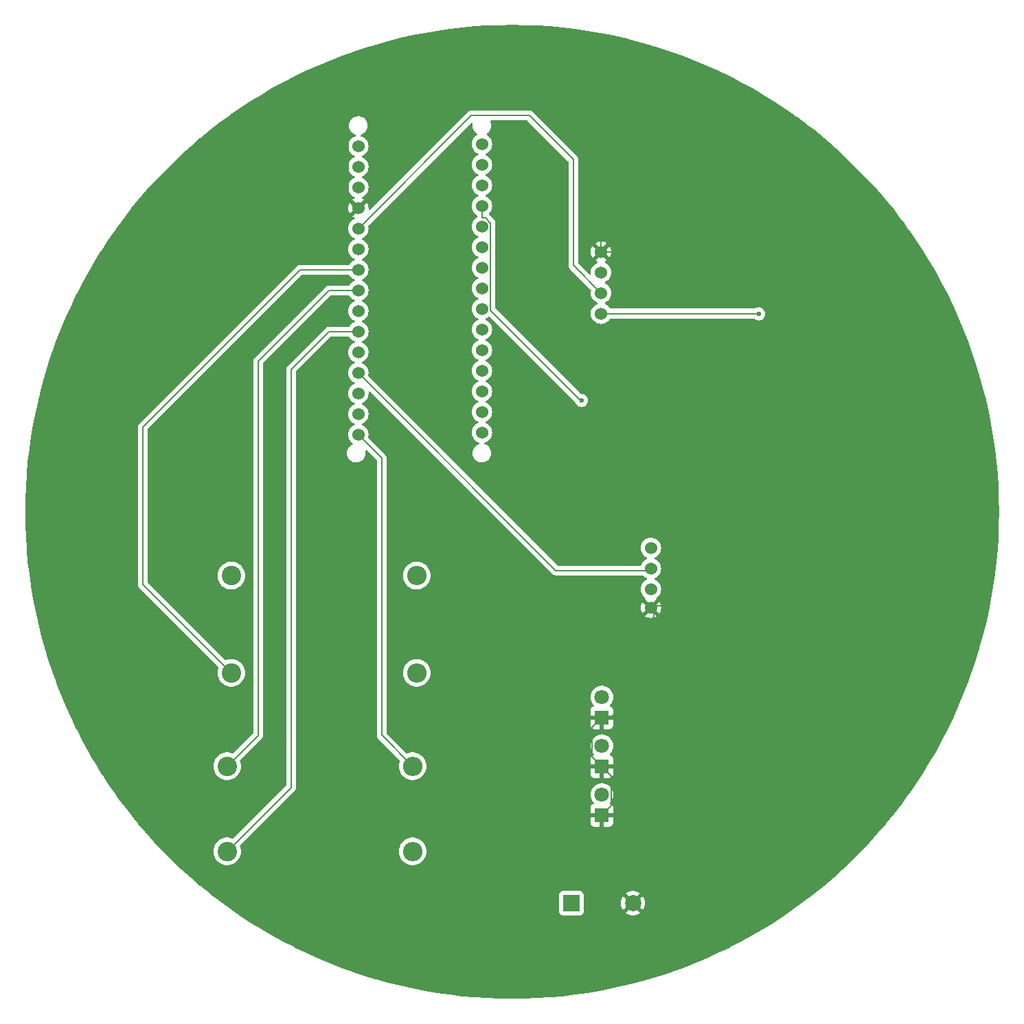
<source format=gbr>
%TF.GenerationSoftware,KiCad,Pcbnew,8.0.7*%
%TF.CreationDate,2024-12-23T22:20:46+05:30*%
%TF.ProjectId,PCB,5043422e-6b69-4636-9164-5f7063625858,rev?*%
%TF.SameCoordinates,Original*%
%TF.FileFunction,Copper,L2,Bot*%
%TF.FilePolarity,Positive*%
%FSLAX46Y46*%
G04 Gerber Fmt 4.6, Leading zero omitted, Abs format (unit mm)*
G04 Created by KiCad (PCBNEW 8.0.7) date 2024-12-23 22:20:46*
%MOMM*%
%LPD*%
G01*
G04 APERTURE LIST*
%TA.AperFunction,ComponentPad*%
%ADD10C,1.524000*%
%TD*%
%TA.AperFunction,ComponentPad*%
%ADD11R,1.800000X1.800000*%
%TD*%
%TA.AperFunction,ComponentPad*%
%ADD12C,1.800000*%
%TD*%
%TA.AperFunction,ComponentPad*%
%ADD13C,2.400000*%
%TD*%
%TA.AperFunction,ComponentPad*%
%ADD14O,2.400000X2.400000*%
%TD*%
%TA.AperFunction,ComponentPad*%
%ADD15R,2.000000X2.000000*%
%TD*%
%TA.AperFunction,ComponentPad*%
%ADD16C,2.000000*%
%TD*%
%TA.AperFunction,ViaPad*%
%ADD17C,0.600000*%
%TD*%
%TA.AperFunction,Conductor*%
%ADD18C,0.200000*%
%TD*%
G04 APERTURE END LIST*
D10*
%TO.P,U2,1,GND*%
%TO.N,GND*%
X169318000Y-105294000D03*
%TO.P,U2,2,Vcc*%
%TO.N,Source*%
X169318000Y-103008000D03*
%TO.P,U2,3,DIO*%
%TO.N,DIO*%
X169318000Y-100468000D03*
%TO.P,U2,4,CLK*%
%TO.N,CLK*%
X169318000Y-97928000D03*
%TD*%
D11*
%TO.P,D1,1,K*%
%TO.N,GND*%
X163281000Y-130892000D03*
D12*
%TO.P,D1,2,A*%
%TO.N,REDR*%
X163281000Y-128352000D03*
%TD*%
D13*
%TO.P,R4,1*%
%TO.N,Buzz*%
X117102000Y-135346000D03*
D14*
%TO.P,R4,2*%
%TO.N,Net-(BZ1-+)*%
X139962000Y-135346000D03*
%TD*%
D10*
%TO.P,U3,1,Vcc*%
%TO.N,Source*%
X163190000Y-69048000D03*
%TO.P,U3,2,TRIG*%
%TO.N,Trigger*%
X163190000Y-66508000D03*
%TO.P,U3,3,ECHO*%
%TO.N,Echo*%
X163190000Y-63968000D03*
%TO.P,U3,4,GND*%
%TO.N,GND*%
X163190000Y-61428000D03*
%TD*%
D11*
%TO.P,D2,1,K*%
%TO.N,GND*%
X163281000Y-124882000D03*
D12*
%TO.P,D2,2,A*%
%TO.N,Net-(D2-A)*%
X163281000Y-122342000D03*
%TD*%
D11*
%TO.P,D3,1,K*%
%TO.N,GND*%
X163281000Y-118872000D03*
D12*
%TO.P,D3,2,A*%
%TO.N,Net-(D3-A)*%
X163281000Y-116332000D03*
%TD*%
D13*
%TO.P,R1,1*%
%TO.N,RED*%
X117102000Y-124846000D03*
D14*
%TO.P,R1,2*%
%TO.N,REDR*%
X139962000Y-124846000D03*
%TD*%
D13*
%TO.P,R3,1*%
%TO.N,GREEN*%
X117602000Y-101346000D03*
D14*
%TO.P,R3,2*%
%TO.N,Net-(D3-A)*%
X140462000Y-101346000D03*
%TD*%
D10*
%TO.P,U1,1,TX*%
%TO.N,unconnected-(U1-TX-Pad1)*%
X133260000Y-48414000D03*
%TO.P,U1,2,RX*%
%TO.N,unconnected-(U1-RX-Pad2)*%
X133260000Y-50954000D03*
%TO.P,U1,3,Reset*%
%TO.N,unconnected-(U1-Reset-Pad3)*%
X133260000Y-53494000D03*
%TO.P,U1,4,GND*%
%TO.N,GND*%
X133260000Y-56034000D03*
%TO.P,U1,5,D2*%
%TO.N,Trigger*%
X133260000Y-58574000D03*
%TO.P,U1,6,D3*%
%TO.N,GREEN*%
X133260000Y-61114000D03*
%TO.P,U1,7,D4*%
%TO.N,YELLOW*%
X133260000Y-63654000D03*
%TO.P,U1,8,D5*%
%TO.N,RED*%
X133260000Y-66194000D03*
%TO.P,U1,9,D6*%
%TO.N,unconnected-(U1-D6-Pad9)*%
X133260000Y-68734000D03*
%TO.P,U1,10,D7*%
%TO.N,Buzz*%
X133260000Y-71274000D03*
%TO.P,U1,11,D8*%
%TO.N,CLK*%
X133260000Y-73814000D03*
%TO.P,U1,12,D9*%
%TO.N,DIO*%
X133260000Y-76354000D03*
%TO.P,U1,13,D10*%
%TO.N,unconnected-(U1-D10-Pad13)*%
X133260000Y-78894000D03*
%TO.P,U1,14,D11*%
%TO.N,unconnected-(U1-D11-Pad14)*%
X133260000Y-81434000D03*
%TO.P,U1,15,D12*%
%TO.N,REDR*%
X133260000Y-83974000D03*
%TO.P,U1,16,Vin*%
%TO.N,unconnected-(U1-Vin-Pad16)*%
X148500000Y-48160000D03*
%TO.P,U1,17,GND*%
%TO.N,unconnected-(U1-GND-Pad17)*%
X148500000Y-50700000D03*
%TO.P,U1,18,Reset*%
%TO.N,unconnected-(U1-Reset-Pad18)*%
X148500000Y-53240000D03*
%TO.P,U1,19,+5V*%
%TO.N,Source*%
X148500000Y-55780000D03*
%TO.P,U1,20,A7*%
%TO.N,unconnected-(U1-A7-Pad20)*%
X148500000Y-58320000D03*
%TO.P,U1,21,A6*%
%TO.N,unconnected-(U1-A6-Pad21)*%
X148500000Y-60860000D03*
%TO.P,U1,22,A5*%
%TO.N,unconnected-(U1-A5-Pad22)*%
X148500000Y-63400000D03*
%TO.P,U1,23,A4*%
%TO.N,unconnected-(U1-A4-Pad23)*%
X148500000Y-65940000D03*
%TO.P,U1,24,A3*%
%TO.N,unconnected-(U1-A3-Pad24)*%
X148500000Y-68480000D03*
%TO.P,U1,25,A2*%
%TO.N,unconnected-(U1-A2-Pad25)*%
X148500000Y-71020000D03*
%TO.P,U1,26,A1*%
%TO.N,unconnected-(U1-A1-Pad26)*%
X148500000Y-73560000D03*
%TO.P,U1,27,A0*%
%TO.N,unconnected-(U1-A0-Pad27)*%
X148500000Y-76100000D03*
%TO.P,U1,28,AREF*%
%TO.N,unconnected-(U1-AREF-Pad28)*%
X148500000Y-78640000D03*
%TO.P,U1,29,+3V3*%
%TO.N,unconnected-(U1-+3V3-Pad29)*%
X148500000Y-81180000D03*
%TO.P,U1,30,D13*%
%TO.N,Echo*%
X148500000Y-83720000D03*
%TD*%
D15*
%TO.P,BZ1,1,+*%
%TO.N,Net-(BZ1-+)*%
X159522000Y-141732000D03*
D16*
%TO.P,BZ1,2,-*%
%TO.N,GND*%
X167122000Y-141732000D03*
%TD*%
D13*
%TO.P,R2,1*%
%TO.N,YELLOW*%
X117602000Y-113346000D03*
D14*
%TO.P,R2,2*%
%TO.N,Net-(D2-A)*%
X140462000Y-113346000D03*
%TD*%
D17*
%TO.N,Source*%
X182626000Y-69088000D03*
X160782000Y-79756000D03*
%TD*%
D18*
%TO.N,Buzz*%
X124968000Y-75946000D02*
X129640000Y-71274000D01*
X129640000Y-71274000D02*
X133260000Y-71274000D01*
X117102000Y-135346000D02*
X124968000Y-127480000D01*
X124968000Y-127480000D02*
X124968000Y-75946000D01*
%TO.N,RED*%
X129640000Y-66194000D02*
X133260000Y-66194000D01*
X120904000Y-121044000D02*
X120904000Y-74930000D01*
X117102000Y-124846000D02*
X120904000Y-121044000D01*
X120904000Y-74930000D02*
X129640000Y-66194000D01*
%TO.N,Source*%
X182586000Y-69048000D02*
X163190000Y-69048000D01*
X182626000Y-69088000D02*
X182586000Y-69048000D01*
%TO.N,GND*%
X194310000Y-72136000D02*
X183602000Y-61428000D01*
X186552000Y-105040000D02*
X194310000Y-97282000D01*
X183602000Y-61428000D02*
X163190000Y-61428000D01*
X169318000Y-105040000D02*
X186552000Y-105040000D01*
X194310000Y-97282000D02*
X194310000Y-72136000D01*
%TO.N,Trigger*%
X154352000Y-44624000D02*
X147210000Y-44624000D01*
X147210000Y-44624000D02*
X133260000Y-58574000D01*
X159766000Y-50038000D02*
X154352000Y-44624000D01*
X159766000Y-63084000D02*
X159766000Y-50038000D01*
X163190000Y-66508000D02*
X159766000Y-63084000D01*
%TO.N,REDR*%
X136144000Y-121028000D02*
X136144000Y-86858000D01*
X136144000Y-86858000D02*
X133260000Y-83974000D01*
X139962000Y-124846000D02*
X136144000Y-121028000D01*
%TO.N,YELLOW*%
X126084000Y-63654000D02*
X133260000Y-63654000D01*
X106680000Y-83058000D02*
X126084000Y-63654000D01*
X106680000Y-102424000D02*
X106680000Y-83058000D01*
X117602000Y-113346000D02*
X106680000Y-102424000D01*
%TO.N,GND*%
X169672000Y-113581000D02*
X169672000Y-105394000D01*
X164381000Y-118872000D02*
X169672000Y-113581000D01*
X163281000Y-118872000D02*
X164381000Y-118872000D01*
X169672000Y-105394000D02*
X169318000Y-105040000D01*
X133858000Y-38354000D02*
X132010000Y-40202000D01*
X163190000Y-38354000D02*
X133858000Y-38354000D01*
X132010000Y-40202000D02*
X132010000Y-54784000D01*
X132010000Y-54784000D02*
X133260000Y-56034000D01*
X163190000Y-61428000D02*
X163190000Y-38354000D01*
%TO.N,DIO*%
X157628000Y-100722000D02*
X133260000Y-76354000D01*
X169318000Y-100722000D02*
X157628000Y-100722000D01*
%TO.N,GND*%
X162081000Y-120072000D02*
X163281000Y-118872000D01*
X162081000Y-123682000D02*
X162081000Y-120072000D01*
X163281000Y-124882000D02*
X162081000Y-123682000D01*
X164481000Y-129692000D02*
X164481000Y-126082000D01*
X163281000Y-130892000D02*
X164481000Y-129692000D01*
X164481000Y-126082000D02*
X163281000Y-124882000D01*
X163281000Y-137891000D02*
X163281000Y-130892000D01*
X167122000Y-141732000D02*
X163281000Y-137891000D01*
%TO.N,Source*%
X160591500Y-79692500D02*
X149562000Y-68663000D01*
X149562000Y-57880105D02*
X148939895Y-57258000D01*
X149562000Y-68663000D02*
X149562000Y-57880105D01*
X148939895Y-57258000D02*
X148500000Y-57258000D01*
X148500000Y-57258000D02*
X148500000Y-55780000D01*
%TD*%
%TA.AperFunction,Conductor*%
%TO.N,GND*%
G36*
X153767520Y-33493934D02*
G01*
X153770658Y-33494015D01*
X155312062Y-33553582D01*
X155315213Y-33553746D01*
X156854478Y-33652976D01*
X156857651Y-33653221D01*
X158393967Y-33792062D01*
X158397044Y-33792380D01*
X159929270Y-33970731D01*
X159932305Y-33971124D01*
X161459418Y-34188866D01*
X161462509Y-34189347D01*
X162983466Y-34446329D01*
X162986584Y-34446896D01*
X164500496Y-34742970D01*
X164503535Y-34743606D01*
X166009216Y-35078537D01*
X166012295Y-35079263D01*
X167508922Y-35452869D01*
X167511927Y-35453661D01*
X168998440Y-35865679D01*
X169001404Y-35866541D01*
X170476855Y-36316708D01*
X170479863Y-36317669D01*
X171943132Y-36805644D01*
X171946087Y-36806672D01*
X173396336Y-37332171D01*
X173399283Y-37333281D01*
X173640527Y-37427792D01*
X174835529Y-37895951D01*
X174838486Y-37897154D01*
X176259683Y-38496580D01*
X176262609Y-38497858D01*
X177667973Y-39133712D01*
X177670859Y-39135063D01*
X179059389Y-39806893D01*
X179062185Y-39808291D01*
X179568802Y-40069720D01*
X180432921Y-40515631D01*
X180435737Y-40517130D01*
X181787858Y-41259558D01*
X181790569Y-41261092D01*
X182380482Y-41605063D01*
X183123096Y-42038072D01*
X183125834Y-42039716D01*
X184437877Y-42850725D01*
X184440571Y-42852438D01*
X185731342Y-43696988D01*
X185733991Y-43698771D01*
X187002545Y-44576248D01*
X187005147Y-44578098D01*
X187432135Y-44890006D01*
X188250702Y-45487957D01*
X188253213Y-45489840D01*
X188726373Y-45854525D01*
X189474963Y-46431495D01*
X189477467Y-46433477D01*
X190058228Y-46905420D01*
X190674541Y-47406254D01*
X190676940Y-47408255D01*
X191297830Y-47939929D01*
X191848607Y-48411565D01*
X191851005Y-48413673D01*
X192147179Y-48680810D01*
X192996400Y-49446773D01*
X192998706Y-49448908D01*
X194117176Y-50511208D01*
X194119462Y-50513437D01*
X195210116Y-51604091D01*
X195212345Y-51606377D01*
X196231459Y-52679377D01*
X196274628Y-52724828D01*
X196276783Y-52727156D01*
X196577494Y-53060554D01*
X197309880Y-53872548D01*
X197311988Y-53874946D01*
X197599608Y-54210829D01*
X198245737Y-54965380D01*
X198315276Y-55046587D01*
X198317305Y-55049020D01*
X198616354Y-55417021D01*
X199290076Y-56246086D01*
X199292058Y-56248590D01*
X200026687Y-57201734D01*
X200157601Y-57371589D01*
X200233697Y-57470319D01*
X200235606Y-57472863D01*
X200391547Y-57686340D01*
X201145455Y-58718406D01*
X201147305Y-58721008D01*
X202024782Y-59989562D01*
X202026565Y-59992211D01*
X202871115Y-61282982D01*
X202872828Y-61285676D01*
X203683837Y-62597719D01*
X203685481Y-62600457D01*
X204462441Y-63932950D01*
X204464009Y-63935721D01*
X204547322Y-64087451D01*
X205206422Y-65287814D01*
X205207922Y-65290632D01*
X205915247Y-66661338D01*
X205916675Y-66664194D01*
X206588487Y-68052688D01*
X206589841Y-68055580D01*
X207225695Y-69460944D01*
X207226973Y-69463870D01*
X207826399Y-70885067D01*
X207827602Y-70888024D01*
X208390264Y-72324250D01*
X208391390Y-72327238D01*
X208916870Y-73777435D01*
X208917919Y-73780451D01*
X209405878Y-75243673D01*
X209406850Y-75246715D01*
X209856997Y-76722099D01*
X209857889Y-76725165D01*
X210269881Y-78211585D01*
X210270694Y-78214672D01*
X210644286Y-79711244D01*
X210645019Y-79714352D01*
X210979937Y-81219974D01*
X210980591Y-81223099D01*
X211276654Y-82736957D01*
X211277226Y-82740099D01*
X211534201Y-84261013D01*
X211534692Y-84264168D01*
X211752420Y-85791182D01*
X211752830Y-85794348D01*
X211931167Y-87326459D01*
X211931496Y-87329635D01*
X212070331Y-88865897D01*
X212070577Y-88869081D01*
X212169806Y-90408321D01*
X212169971Y-90411510D01*
X212229537Y-91952869D01*
X212229619Y-91956060D01*
X212249479Y-93498403D01*
X212249479Y-93501597D01*
X212229619Y-95043939D01*
X212229537Y-95047130D01*
X212169971Y-96588489D01*
X212169806Y-96591678D01*
X212070577Y-98130918D01*
X212070331Y-98134102D01*
X211931496Y-99670364D01*
X211931167Y-99673540D01*
X211752830Y-101205651D01*
X211752420Y-101208817D01*
X211534692Y-102735831D01*
X211534201Y-102738986D01*
X211277226Y-104259900D01*
X211276654Y-104263042D01*
X210980591Y-105776900D01*
X210979937Y-105780025D01*
X210645019Y-107285647D01*
X210644286Y-107288755D01*
X210270694Y-108785327D01*
X210269881Y-108788414D01*
X209857889Y-110274834D01*
X209856997Y-110277900D01*
X209406850Y-111753284D01*
X209405878Y-111756326D01*
X208917919Y-113219548D01*
X208916870Y-113222564D01*
X208391390Y-114672761D01*
X208390264Y-114675749D01*
X207827602Y-116111975D01*
X207826399Y-116114932D01*
X207226973Y-117536129D01*
X207225695Y-117539055D01*
X206589841Y-118944419D01*
X206588487Y-118947311D01*
X205916675Y-120335805D01*
X205915247Y-120338661D01*
X205207922Y-121709367D01*
X205206422Y-121712185D01*
X204464014Y-123064270D01*
X204462441Y-123067049D01*
X203685481Y-124399542D01*
X203683837Y-124402280D01*
X202872828Y-125714323D01*
X202871115Y-125717017D01*
X202026565Y-127007788D01*
X202024782Y-127010437D01*
X201147305Y-128278991D01*
X201145455Y-128281593D01*
X200235613Y-129527126D01*
X200233697Y-129529680D01*
X199292058Y-130751409D01*
X199290076Y-130753913D01*
X198317321Y-131950960D01*
X198315276Y-131953412D01*
X197311988Y-133125053D01*
X197309880Y-133127451D01*
X196276797Y-134272827D01*
X196274628Y-134275171D01*
X195212345Y-135393622D01*
X195210116Y-135395908D01*
X194119462Y-136486562D01*
X194117176Y-136488791D01*
X192998725Y-137551074D01*
X192996381Y-137553243D01*
X191851005Y-138586326D01*
X191848607Y-138588434D01*
X190676966Y-139591722D01*
X190674514Y-139593767D01*
X189477467Y-140566522D01*
X189474963Y-140568504D01*
X188253234Y-141510143D01*
X188250680Y-141512059D01*
X187005147Y-142421901D01*
X187002545Y-142423751D01*
X185733991Y-143301228D01*
X185731342Y-143303011D01*
X184440571Y-144147561D01*
X184437877Y-144149274D01*
X183125834Y-144960283D01*
X183123096Y-144961927D01*
X181790603Y-145738887D01*
X181787824Y-145740460D01*
X180435739Y-146482868D01*
X180432921Y-146484368D01*
X179062215Y-147191693D01*
X179059359Y-147193121D01*
X177670865Y-147864933D01*
X177667973Y-147866287D01*
X176262609Y-148502141D01*
X176259683Y-148503419D01*
X174838486Y-149102845D01*
X174835529Y-149104048D01*
X173399303Y-149666710D01*
X173396315Y-149667836D01*
X171946118Y-150193316D01*
X171943102Y-150194365D01*
X170479880Y-150682324D01*
X170476838Y-150683296D01*
X169001454Y-151133443D01*
X168998388Y-151134335D01*
X167511968Y-151546327D01*
X167508881Y-151547140D01*
X166012309Y-151920732D01*
X166009201Y-151921465D01*
X164503579Y-152256383D01*
X164500454Y-152257037D01*
X162986596Y-152553100D01*
X162983454Y-152553672D01*
X161462540Y-152810647D01*
X161459385Y-152811138D01*
X159932371Y-153028866D01*
X159929205Y-153029276D01*
X158397094Y-153207613D01*
X158393918Y-153207942D01*
X156857656Y-153346777D01*
X156854472Y-153347023D01*
X155315232Y-153446252D01*
X155312043Y-153446417D01*
X153770684Y-153505983D01*
X153767493Y-153506065D01*
X152225151Y-153525925D01*
X152221957Y-153525925D01*
X150679614Y-153506065D01*
X150676423Y-153505983D01*
X149135064Y-153446417D01*
X149131875Y-153446252D01*
X147592635Y-153347023D01*
X147589451Y-153346777D01*
X146053189Y-153207942D01*
X146050013Y-153207613D01*
X144517902Y-153029276D01*
X144514736Y-153028866D01*
X142987722Y-152811138D01*
X142984567Y-152810647D01*
X141463653Y-152553672D01*
X141460511Y-152553100D01*
X139946653Y-152257037D01*
X139943528Y-152256383D01*
X138437906Y-151921465D01*
X138434798Y-151920732D01*
X136938226Y-151547140D01*
X136935139Y-151546327D01*
X135448719Y-151134335D01*
X135445653Y-151133443D01*
X133970269Y-150683296D01*
X133967227Y-150682324D01*
X132504005Y-150194365D01*
X132500989Y-150193316D01*
X131050792Y-149667836D01*
X131047804Y-149666710D01*
X129611578Y-149104048D01*
X129608621Y-149102845D01*
X128187424Y-148503419D01*
X128184498Y-148502141D01*
X126779134Y-147866287D01*
X126776242Y-147864933D01*
X125387748Y-147193121D01*
X125384892Y-147191693D01*
X124014186Y-146484368D01*
X124011368Y-146482868D01*
X122659283Y-145740460D01*
X122656504Y-145738887D01*
X121324011Y-144961927D01*
X121321273Y-144960283D01*
X120009230Y-144149274D01*
X120006536Y-144147561D01*
X118715765Y-143303011D01*
X118713116Y-143301228D01*
X117444562Y-142423751D01*
X117441960Y-142421901D01*
X116196427Y-141512059D01*
X116193873Y-141510143D01*
X116160292Y-141484261D01*
X115847634Y-141243282D01*
X115122169Y-140684135D01*
X158021500Y-140684135D01*
X158021500Y-142779870D01*
X158021501Y-142779876D01*
X158027908Y-142839483D01*
X158078202Y-142974328D01*
X158078206Y-142974335D01*
X158164452Y-143089544D01*
X158164455Y-143089547D01*
X158279664Y-143175793D01*
X158279671Y-143175797D01*
X158414517Y-143226091D01*
X158414516Y-143226091D01*
X158421444Y-143226835D01*
X158474127Y-143232500D01*
X160569872Y-143232499D01*
X160629483Y-143226091D01*
X160764331Y-143175796D01*
X160879546Y-143089546D01*
X160965796Y-142974331D01*
X161016091Y-142839483D01*
X161022500Y-142779873D01*
X161022499Y-141731994D01*
X165616859Y-141731994D01*
X165616859Y-141732005D01*
X165637385Y-141979729D01*
X165637387Y-141979738D01*
X165698412Y-142220717D01*
X165798267Y-142448367D01*
X165898562Y-142601881D01*
X166639037Y-141861408D01*
X166656075Y-141924993D01*
X166721901Y-142039007D01*
X166814993Y-142132099D01*
X166929007Y-142197925D01*
X166992591Y-142214962D01*
X166251943Y-142955609D01*
X166298768Y-142992055D01*
X166298771Y-142992057D01*
X166517385Y-143110364D01*
X166517396Y-143110369D01*
X166752506Y-143191083D01*
X166997707Y-143232000D01*
X167246293Y-143232000D01*
X167491493Y-143191083D01*
X167726603Y-143110369D01*
X167726614Y-143110364D01*
X167945230Y-142992056D01*
X167945236Y-142992051D01*
X167992055Y-142955610D01*
X167992056Y-142955609D01*
X167251408Y-142214962D01*
X167314993Y-142197925D01*
X167429007Y-142132099D01*
X167522099Y-142039007D01*
X167587925Y-141924993D01*
X167604962Y-141861408D01*
X168345435Y-142601882D01*
X168445733Y-142448364D01*
X168545587Y-142220717D01*
X168606612Y-141979738D01*
X168606614Y-141979729D01*
X168627141Y-141732005D01*
X168627141Y-141731994D01*
X168606614Y-141484270D01*
X168606612Y-141484261D01*
X168545587Y-141243282D01*
X168445732Y-141015632D01*
X168345435Y-140862116D01*
X167604962Y-141602590D01*
X167587925Y-141539007D01*
X167522099Y-141424993D01*
X167429007Y-141331901D01*
X167314993Y-141266075D01*
X167251409Y-141249037D01*
X167992055Y-140508389D01*
X167992055Y-140508388D01*
X167945236Y-140471947D01*
X167945231Y-140471944D01*
X167726614Y-140353635D01*
X167726603Y-140353630D01*
X167491493Y-140272916D01*
X167246293Y-140232000D01*
X166997707Y-140232000D01*
X166752506Y-140272916D01*
X166517396Y-140353630D01*
X166517385Y-140353635D01*
X166298770Y-140471943D01*
X166251943Y-140508389D01*
X166992591Y-141249037D01*
X166929007Y-141266075D01*
X166814993Y-141331901D01*
X166721901Y-141424993D01*
X166656075Y-141539007D01*
X166639037Y-141602591D01*
X165898563Y-140862117D01*
X165798267Y-141015633D01*
X165798265Y-141015637D01*
X165698412Y-141243282D01*
X165637387Y-141484261D01*
X165637385Y-141484270D01*
X165616859Y-141731994D01*
X161022499Y-141731994D01*
X161022499Y-140684128D01*
X161016091Y-140624517D01*
X160994837Y-140567533D01*
X160965797Y-140489671D01*
X160965793Y-140489664D01*
X160879547Y-140374455D01*
X160879544Y-140374452D01*
X160764335Y-140288206D01*
X160764328Y-140288202D01*
X160629482Y-140237908D01*
X160629483Y-140237908D01*
X160569883Y-140231501D01*
X160569881Y-140231500D01*
X160569873Y-140231500D01*
X160569864Y-140231500D01*
X158474129Y-140231500D01*
X158474123Y-140231501D01*
X158414516Y-140237908D01*
X158279671Y-140288202D01*
X158279664Y-140288206D01*
X158164455Y-140374452D01*
X158164452Y-140374455D01*
X158078206Y-140489664D01*
X158078202Y-140489671D01*
X158027908Y-140624517D01*
X158021501Y-140684116D01*
X158021501Y-140684123D01*
X158021500Y-140684135D01*
X115122169Y-140684135D01*
X114972144Y-140568504D01*
X114969640Y-140566522D01*
X113772593Y-139593767D01*
X113770141Y-139591722D01*
X112598500Y-138588434D01*
X112596102Y-138586326D01*
X111450726Y-137553243D01*
X111448382Y-137551074D01*
X110530440Y-136679231D01*
X110329931Y-136488791D01*
X110327645Y-136486562D01*
X109236991Y-135395908D01*
X109234762Y-135393622D01*
X108712147Y-134843374D01*
X108172462Y-134275152D01*
X108170310Y-134272827D01*
X108092106Y-134186123D01*
X107137227Y-133127451D01*
X107135119Y-133125053D01*
X106937331Y-132894076D01*
X106131809Y-131953386D01*
X106129808Y-131950987D01*
X105634927Y-131342000D01*
X105157031Y-130753913D01*
X105155049Y-130751409D01*
X104486983Y-129884627D01*
X104213394Y-129529659D01*
X104211494Y-129527126D01*
X104077040Y-129343065D01*
X103514882Y-128573496D01*
X103301652Y-128281593D01*
X103299802Y-128278991D01*
X102575075Y-127231265D01*
X102422314Y-127010421D01*
X102420542Y-127007788D01*
X102408708Y-126989702D01*
X101688768Y-125889379D01*
X101575992Y-125717017D01*
X101574279Y-125714323D01*
X100763270Y-124402280D01*
X100761626Y-124399542D01*
X100377005Y-123739913D01*
X99984646Y-123067015D01*
X99983112Y-123064304D01*
X99240684Y-121712183D01*
X99239185Y-121709367D01*
X98531845Y-120338631D01*
X98530432Y-120335805D01*
X98499560Y-120272000D01*
X97858617Y-118947305D01*
X97857266Y-118944419D01*
X97221412Y-117539055D01*
X97220134Y-117536129D01*
X96620708Y-116114932D01*
X96619505Y-116111975D01*
X96367552Y-115468852D01*
X96056835Y-114675729D01*
X96055717Y-114672761D01*
X95995247Y-114505878D01*
X95530226Y-113222533D01*
X95529188Y-113219548D01*
X95486601Y-113091845D01*
X95041223Y-111756309D01*
X95040257Y-111753284D01*
X94590095Y-110277850D01*
X94589233Y-110274886D01*
X94177215Y-108788373D01*
X94176423Y-108785368D01*
X93802817Y-107288741D01*
X93802088Y-107285647D01*
X93467160Y-105779981D01*
X93466524Y-105776942D01*
X93170450Y-104263030D01*
X93169881Y-104259900D01*
X93165315Y-104232874D01*
X92912901Y-102738955D01*
X92912415Y-102735831D01*
X92908148Y-102705904D01*
X92879225Y-102503054D01*
X106079498Y-102503054D01*
X106080255Y-102505878D01*
X106120423Y-102655785D01*
X106133960Y-102679232D01*
X106149358Y-102705900D01*
X106149359Y-102705904D01*
X106149360Y-102705904D01*
X106167559Y-102737427D01*
X106199479Y-102792714D01*
X106199481Y-102792717D01*
X106318349Y-102911585D01*
X106318355Y-102911590D01*
X115993336Y-112586572D01*
X116026821Y-112647895D01*
X116021837Y-112717587D01*
X116021083Y-112719555D01*
X115972493Y-112843362D01*
X115972489Y-112843374D01*
X115915777Y-113091845D01*
X115896732Y-113345995D01*
X115896732Y-113346004D01*
X115915777Y-113600154D01*
X115915778Y-113600157D01*
X115972492Y-113848637D01*
X116065607Y-114085888D01*
X116193041Y-114306612D01*
X116351950Y-114505877D01*
X116538783Y-114679232D01*
X116749366Y-114822805D01*
X116749371Y-114822807D01*
X116749372Y-114822808D01*
X116749373Y-114822809D01*
X116811601Y-114852776D01*
X116978992Y-114933387D01*
X116978993Y-114933387D01*
X116978996Y-114933389D01*
X117222542Y-115008513D01*
X117474565Y-115046500D01*
X117729435Y-115046500D01*
X117981458Y-115008513D01*
X118225004Y-114933389D01*
X118454634Y-114822805D01*
X118665217Y-114679232D01*
X118852050Y-114505877D01*
X119010959Y-114306612D01*
X119138393Y-114085888D01*
X119231508Y-113848637D01*
X119288222Y-113600157D01*
X119307268Y-113346000D01*
X119288222Y-113091843D01*
X119231508Y-112843363D01*
X119138393Y-112606112D01*
X119010959Y-112385388D01*
X118852050Y-112186123D01*
X118665217Y-112012768D01*
X118454634Y-111869195D01*
X118454630Y-111869193D01*
X118454627Y-111869191D01*
X118454626Y-111869190D01*
X118225006Y-111758612D01*
X118225008Y-111758612D01*
X117981466Y-111683489D01*
X117981462Y-111683488D01*
X117981458Y-111683487D01*
X117860231Y-111665214D01*
X117729440Y-111645500D01*
X117729435Y-111645500D01*
X117474565Y-111645500D01*
X117474559Y-111645500D01*
X117317609Y-111669157D01*
X117222542Y-111683487D01*
X117222539Y-111683488D01*
X117222533Y-111683489D01*
X116978991Y-111758612D01*
X116974675Y-111760307D01*
X116974132Y-111758925D01*
X116911584Y-111769215D01*
X116847454Y-111741483D01*
X116839062Y-111733826D01*
X107316819Y-102211583D01*
X107283334Y-102150260D01*
X107280500Y-102123902D01*
X107280500Y-101345995D01*
X115896732Y-101345995D01*
X115896732Y-101346004D01*
X115915777Y-101600154D01*
X115962729Y-101805865D01*
X115972492Y-101848637D01*
X116065607Y-102085888D01*
X116193041Y-102306612D01*
X116351950Y-102505877D01*
X116538783Y-102679232D01*
X116749366Y-102822805D01*
X116749371Y-102822807D01*
X116749372Y-102822808D01*
X116749373Y-102822809D01*
X116871328Y-102881538D01*
X116978992Y-102933387D01*
X116978993Y-102933387D01*
X116978996Y-102933389D01*
X117222542Y-103008513D01*
X117474565Y-103046500D01*
X117729435Y-103046500D01*
X117981458Y-103008513D01*
X118225004Y-102933389D01*
X118454634Y-102822805D01*
X118665217Y-102679232D01*
X118852050Y-102505877D01*
X119010959Y-102306612D01*
X119138393Y-102085888D01*
X119231508Y-101848637D01*
X119288222Y-101600157D01*
X119300312Y-101438824D01*
X119307268Y-101346004D01*
X119307268Y-101345995D01*
X119288222Y-101091845D01*
X119287964Y-101090716D01*
X119231508Y-100843363D01*
X119138393Y-100606112D01*
X119010959Y-100385388D01*
X118852050Y-100186123D01*
X118665217Y-100012768D01*
X118454634Y-99869195D01*
X118454630Y-99869193D01*
X118454627Y-99869191D01*
X118454626Y-99869190D01*
X118225006Y-99758612D01*
X118225008Y-99758612D01*
X117981466Y-99683489D01*
X117981462Y-99683488D01*
X117981458Y-99683487D01*
X117860231Y-99665214D01*
X117729440Y-99645500D01*
X117729435Y-99645500D01*
X117474565Y-99645500D01*
X117474559Y-99645500D01*
X117317609Y-99669157D01*
X117222542Y-99683487D01*
X117222539Y-99683488D01*
X117222533Y-99683489D01*
X116978992Y-99758612D01*
X116749373Y-99869190D01*
X116749372Y-99869191D01*
X116538782Y-100012768D01*
X116351952Y-100186121D01*
X116351950Y-100186123D01*
X116193041Y-100385388D01*
X116065608Y-100606109D01*
X115972492Y-100843362D01*
X115972490Y-100843369D01*
X115915777Y-101091845D01*
X115896732Y-101345995D01*
X107280500Y-101345995D01*
X107280500Y-83358097D01*
X107300185Y-83291058D01*
X107316819Y-83270416D01*
X126296416Y-64290819D01*
X126357739Y-64257334D01*
X126384097Y-64254500D01*
X132074695Y-64254500D01*
X132141734Y-64274185D01*
X132176270Y-64307377D01*
X132242141Y-64401450D01*
X132289170Y-64468615D01*
X132289175Y-64468621D01*
X132445378Y-64624824D01*
X132445384Y-64624829D01*
X132626333Y-64751531D01*
X132626335Y-64751532D01*
X132626338Y-64751534D01*
X132693005Y-64782621D01*
X132755189Y-64811618D01*
X132807628Y-64857790D01*
X132826780Y-64924984D01*
X132806564Y-64991865D01*
X132755189Y-65036382D01*
X132626340Y-65096465D01*
X132626338Y-65096466D01*
X132445377Y-65223175D01*
X132289175Y-65379377D01*
X132176271Y-65540623D01*
X132121694Y-65584248D01*
X132074696Y-65593500D01*
X129726670Y-65593500D01*
X129726654Y-65593499D01*
X129719058Y-65593499D01*
X129560943Y-65593499D01*
X129484579Y-65613961D01*
X129408214Y-65634423D01*
X129408209Y-65634426D01*
X129271290Y-65713475D01*
X129271282Y-65713481D01*
X120423481Y-74561282D01*
X120423480Y-74561284D01*
X120384604Y-74628620D01*
X120344423Y-74698215D01*
X120303499Y-74850943D01*
X120303499Y-74850945D01*
X120303499Y-75019046D01*
X120303500Y-75019059D01*
X120303500Y-120743902D01*
X120283815Y-120810941D01*
X120267181Y-120831583D01*
X117864937Y-123233826D01*
X117803614Y-123267311D01*
X117733922Y-123262327D01*
X117727523Y-123259600D01*
X117725008Y-123258612D01*
X117481466Y-123183489D01*
X117481462Y-123183488D01*
X117481458Y-123183487D01*
X117360231Y-123165214D01*
X117229440Y-123145500D01*
X117229435Y-123145500D01*
X116974565Y-123145500D01*
X116974559Y-123145500D01*
X116817609Y-123169157D01*
X116722542Y-123183487D01*
X116722539Y-123183488D01*
X116722533Y-123183489D01*
X116478992Y-123258612D01*
X116249373Y-123369190D01*
X116249372Y-123369191D01*
X116249366Y-123369194D01*
X116249366Y-123369195D01*
X116224639Y-123386053D01*
X116038782Y-123512768D01*
X115851952Y-123686121D01*
X115851950Y-123686123D01*
X115693041Y-123885388D01*
X115565608Y-124106109D01*
X115472492Y-124343362D01*
X115472490Y-124343369D01*
X115415777Y-124591845D01*
X115396732Y-124845995D01*
X115396732Y-124846004D01*
X115415777Y-125100154D01*
X115468694Y-125332000D01*
X115472492Y-125348637D01*
X115565607Y-125585888D01*
X115693041Y-125806612D01*
X115851950Y-126005877D01*
X116038783Y-126179232D01*
X116249366Y-126322805D01*
X116249371Y-126322807D01*
X116249372Y-126322808D01*
X116249373Y-126322809D01*
X116371328Y-126381538D01*
X116478992Y-126433387D01*
X116478993Y-126433387D01*
X116478996Y-126433389D01*
X116722542Y-126508513D01*
X116974565Y-126546500D01*
X117229435Y-126546500D01*
X117481458Y-126508513D01*
X117725004Y-126433389D01*
X117954634Y-126322805D01*
X118165217Y-126179232D01*
X118352050Y-126005877D01*
X118510959Y-125806612D01*
X118638393Y-125585888D01*
X118731508Y-125348637D01*
X118788222Y-125100157D01*
X118807268Y-124846000D01*
X118796949Y-124708306D01*
X118788222Y-124591845D01*
X118758738Y-124462667D01*
X118731508Y-124343363D01*
X118682916Y-124219553D01*
X118676747Y-124149956D01*
X118709185Y-124088073D01*
X118710603Y-124086630D01*
X121262506Y-121534728D01*
X121262511Y-121534724D01*
X121272714Y-121524520D01*
X121272716Y-121524520D01*
X121384520Y-121412716D01*
X121444927Y-121308087D01*
X121463577Y-121275785D01*
X121504501Y-121123057D01*
X121504501Y-120964943D01*
X121504501Y-120957348D01*
X121504500Y-120957330D01*
X121504500Y-75230097D01*
X121524185Y-75163058D01*
X121540819Y-75142416D01*
X129852417Y-66830819D01*
X129913740Y-66797334D01*
X129940098Y-66794500D01*
X132074695Y-66794500D01*
X132141734Y-66814185D01*
X132176270Y-66847377D01*
X132242141Y-66941450D01*
X132289170Y-67008615D01*
X132289175Y-67008621D01*
X132445378Y-67164824D01*
X132445384Y-67164829D01*
X132626333Y-67291531D01*
X132626335Y-67291532D01*
X132626338Y-67291534D01*
X132693005Y-67322621D01*
X132755189Y-67351618D01*
X132807628Y-67397790D01*
X132826780Y-67464984D01*
X132806564Y-67531865D01*
X132755189Y-67576382D01*
X132626340Y-67636465D01*
X132626338Y-67636466D01*
X132445377Y-67763175D01*
X132289175Y-67919377D01*
X132162466Y-68100338D01*
X132162465Y-68100340D01*
X132069107Y-68300548D01*
X132069104Y-68300554D01*
X132011930Y-68513929D01*
X132011929Y-68513937D01*
X131992677Y-68733997D01*
X131992677Y-68734002D01*
X132011929Y-68954062D01*
X132011930Y-68954070D01*
X132069104Y-69167445D01*
X132069105Y-69167447D01*
X132069106Y-69167450D01*
X132112141Y-69259739D01*
X132162466Y-69367662D01*
X132162468Y-69367666D01*
X132289170Y-69548615D01*
X132289175Y-69548621D01*
X132445378Y-69704824D01*
X132445384Y-69704829D01*
X132626333Y-69831531D01*
X132626335Y-69831532D01*
X132626338Y-69831534D01*
X132693005Y-69862621D01*
X132755189Y-69891618D01*
X132807628Y-69937790D01*
X132826780Y-70004984D01*
X132806564Y-70071865D01*
X132755189Y-70116382D01*
X132626340Y-70176465D01*
X132626338Y-70176466D01*
X132445377Y-70303175D01*
X132289175Y-70459377D01*
X132176271Y-70620623D01*
X132121694Y-70664248D01*
X132074696Y-70673500D01*
X129726670Y-70673500D01*
X129726654Y-70673499D01*
X129719058Y-70673499D01*
X129560943Y-70673499D01*
X129484579Y-70693961D01*
X129408214Y-70714423D01*
X129408209Y-70714426D01*
X129271290Y-70793475D01*
X129271282Y-70793481D01*
X124487481Y-75577282D01*
X124487479Y-75577285D01*
X124437361Y-75664094D01*
X124437359Y-75664096D01*
X124408425Y-75714209D01*
X124408424Y-75714210D01*
X124392544Y-75773472D01*
X124367499Y-75866943D01*
X124367499Y-75866945D01*
X124367499Y-76035046D01*
X124367500Y-76035059D01*
X124367500Y-127179902D01*
X124347815Y-127246941D01*
X124331181Y-127267583D01*
X117864937Y-133733826D01*
X117803614Y-133767311D01*
X117733922Y-133762327D01*
X117727523Y-133759600D01*
X117725008Y-133758612D01*
X117481466Y-133683489D01*
X117481462Y-133683488D01*
X117481458Y-133683487D01*
X117360231Y-133665214D01*
X117229440Y-133645500D01*
X117229435Y-133645500D01*
X116974565Y-133645500D01*
X116974559Y-133645500D01*
X116817609Y-133669157D01*
X116722542Y-133683487D01*
X116722539Y-133683488D01*
X116722533Y-133683489D01*
X116478992Y-133758612D01*
X116249373Y-133869190D01*
X116249372Y-133869191D01*
X116038782Y-134012768D01*
X115851952Y-134186121D01*
X115851950Y-134186123D01*
X115693041Y-134385388D01*
X115565608Y-134606109D01*
X115472492Y-134843362D01*
X115472490Y-134843369D01*
X115415777Y-135091845D01*
X115396732Y-135345995D01*
X115396732Y-135346004D01*
X115415777Y-135600154D01*
X115415778Y-135600157D01*
X115472492Y-135848637D01*
X115565607Y-136085888D01*
X115693041Y-136306612D01*
X115851950Y-136505877D01*
X116038783Y-136679232D01*
X116249366Y-136822805D01*
X116249371Y-136822807D01*
X116249372Y-136822808D01*
X116249373Y-136822809D01*
X116306040Y-136850098D01*
X116478992Y-136933387D01*
X116478993Y-136933387D01*
X116478996Y-136933389D01*
X116722542Y-137008513D01*
X116974565Y-137046500D01*
X117229435Y-137046500D01*
X117481458Y-137008513D01*
X117725004Y-136933389D01*
X117954634Y-136822805D01*
X118165217Y-136679232D01*
X118352050Y-136505877D01*
X118510959Y-136306612D01*
X118638393Y-136085888D01*
X118731508Y-135848637D01*
X118788222Y-135600157D01*
X118803614Y-135394758D01*
X118807268Y-135346004D01*
X118807268Y-135345995D01*
X138256732Y-135345995D01*
X138256732Y-135346004D01*
X138275777Y-135600154D01*
X138275778Y-135600157D01*
X138332492Y-135848637D01*
X138425607Y-136085888D01*
X138553041Y-136306612D01*
X138711950Y-136505877D01*
X138898783Y-136679232D01*
X139109366Y-136822805D01*
X139109371Y-136822807D01*
X139109372Y-136822808D01*
X139109373Y-136822809D01*
X139166040Y-136850098D01*
X139338992Y-136933387D01*
X139338993Y-136933387D01*
X139338996Y-136933389D01*
X139582542Y-137008513D01*
X139834565Y-137046500D01*
X140089435Y-137046500D01*
X140341458Y-137008513D01*
X140585004Y-136933389D01*
X140814634Y-136822805D01*
X141025217Y-136679232D01*
X141212050Y-136505877D01*
X141370959Y-136306612D01*
X141498393Y-136085888D01*
X141591508Y-135848637D01*
X141648222Y-135600157D01*
X141663614Y-135394758D01*
X141667268Y-135346004D01*
X141667268Y-135345995D01*
X141648222Y-135091845D01*
X141591510Y-134843374D01*
X141591508Y-134843363D01*
X141498393Y-134606112D01*
X141370959Y-134385388D01*
X141212050Y-134186123D01*
X141025217Y-134012768D01*
X140814634Y-133869195D01*
X140814630Y-133869193D01*
X140814627Y-133869191D01*
X140814626Y-133869190D01*
X140585006Y-133758612D01*
X140585008Y-133758612D01*
X140341466Y-133683489D01*
X140341462Y-133683488D01*
X140341458Y-133683487D01*
X140220231Y-133665214D01*
X140089440Y-133645500D01*
X140089435Y-133645500D01*
X139834565Y-133645500D01*
X139834559Y-133645500D01*
X139677609Y-133669157D01*
X139582542Y-133683487D01*
X139582539Y-133683488D01*
X139582533Y-133683489D01*
X139338992Y-133758612D01*
X139109373Y-133869190D01*
X139109372Y-133869191D01*
X138898782Y-134012768D01*
X138711952Y-134186121D01*
X138711950Y-134186123D01*
X138553041Y-134385388D01*
X138425608Y-134606109D01*
X138332492Y-134843362D01*
X138332490Y-134843369D01*
X138275777Y-135091845D01*
X138256732Y-135345995D01*
X118807268Y-135345995D01*
X118788222Y-135091845D01*
X118788222Y-135091843D01*
X118731508Y-134843363D01*
X118682916Y-134719553D01*
X118676747Y-134649956D01*
X118709185Y-134588073D01*
X118710603Y-134586630D01*
X124945241Y-128351993D01*
X161875700Y-128351993D01*
X161875700Y-128352006D01*
X161894864Y-128583297D01*
X161894866Y-128583308D01*
X161951842Y-128808300D01*
X162045075Y-129020848D01*
X162172018Y-129215150D01*
X162267167Y-129318510D01*
X162298089Y-129381164D01*
X162290228Y-129450590D01*
X162246081Y-129504746D01*
X162219271Y-129518674D01*
X162138911Y-129548646D01*
X162138906Y-129548649D01*
X162023812Y-129634809D01*
X162023809Y-129634812D01*
X161937649Y-129749906D01*
X161937645Y-129749913D01*
X161887403Y-129884620D01*
X161887401Y-129884627D01*
X161881000Y-129944155D01*
X161881000Y-130642000D01*
X162905722Y-130642000D01*
X162861667Y-130718306D01*
X162831000Y-130832756D01*
X162831000Y-130951244D01*
X162861667Y-131065694D01*
X162905722Y-131142000D01*
X161881000Y-131142000D01*
X161881000Y-131839844D01*
X161887401Y-131899372D01*
X161887403Y-131899379D01*
X161937645Y-132034086D01*
X161937649Y-132034093D01*
X162023809Y-132149187D01*
X162023812Y-132149190D01*
X162138906Y-132235350D01*
X162138913Y-132235354D01*
X162273620Y-132285596D01*
X162273627Y-132285598D01*
X162333155Y-132291999D01*
X162333172Y-132292000D01*
X163031000Y-132292000D01*
X163031000Y-131267277D01*
X163107306Y-131311333D01*
X163221756Y-131342000D01*
X163340244Y-131342000D01*
X163454694Y-131311333D01*
X163531000Y-131267277D01*
X163531000Y-132292000D01*
X164228828Y-132292000D01*
X164228844Y-132291999D01*
X164288372Y-132285598D01*
X164288379Y-132285596D01*
X164423086Y-132235354D01*
X164423093Y-132235350D01*
X164538187Y-132149190D01*
X164538190Y-132149187D01*
X164624350Y-132034093D01*
X164624354Y-132034086D01*
X164674596Y-131899379D01*
X164674598Y-131899372D01*
X164680999Y-131839844D01*
X164681000Y-131839827D01*
X164681000Y-131142000D01*
X163656278Y-131142000D01*
X163700333Y-131065694D01*
X163731000Y-130951244D01*
X163731000Y-130832756D01*
X163700333Y-130718306D01*
X163656278Y-130642000D01*
X164681000Y-130642000D01*
X164681000Y-129944172D01*
X164680999Y-129944155D01*
X164674598Y-129884627D01*
X164674596Y-129884620D01*
X164624354Y-129749913D01*
X164624350Y-129749906D01*
X164538190Y-129634812D01*
X164538187Y-129634809D01*
X164423093Y-129548649D01*
X164423086Y-129548645D01*
X164342729Y-129518674D01*
X164286795Y-129476803D01*
X164262378Y-129411338D01*
X164277230Y-129343065D01*
X164294826Y-129318516D01*
X164389979Y-129215153D01*
X164516924Y-129020849D01*
X164610157Y-128808300D01*
X164667134Y-128583305D01*
X164686300Y-128352000D01*
X164686300Y-128351993D01*
X164667135Y-128120702D01*
X164667133Y-128120691D01*
X164610157Y-127895699D01*
X164516924Y-127683151D01*
X164389983Y-127488852D01*
X164389980Y-127488849D01*
X164389979Y-127488847D01*
X164232784Y-127318087D01*
X164232779Y-127318083D01*
X164232777Y-127318081D01*
X164049634Y-127175535D01*
X164049628Y-127175531D01*
X163845504Y-127065064D01*
X163845495Y-127065061D01*
X163625984Y-126989702D01*
X163454282Y-126961050D01*
X163397049Y-126951500D01*
X163164951Y-126951500D01*
X163119164Y-126959140D01*
X162936015Y-126989702D01*
X162716504Y-127065061D01*
X162716495Y-127065064D01*
X162512371Y-127175531D01*
X162512365Y-127175535D01*
X162329222Y-127318081D01*
X162329219Y-127318084D01*
X162172016Y-127488852D01*
X162045075Y-127683151D01*
X161951842Y-127895699D01*
X161894866Y-128120691D01*
X161894864Y-128120702D01*
X161875700Y-128351993D01*
X124945241Y-128351993D01*
X125336713Y-127960521D01*
X125336716Y-127960520D01*
X125448520Y-127848716D01*
X125498639Y-127761904D01*
X125527577Y-127711785D01*
X125568501Y-127559057D01*
X125568501Y-127400943D01*
X125568501Y-127393348D01*
X125568500Y-127393330D01*
X125568500Y-76246097D01*
X125588185Y-76179058D01*
X125604819Y-76158416D01*
X129852417Y-71910819D01*
X129913740Y-71877334D01*
X129940098Y-71874500D01*
X132074695Y-71874500D01*
X132141734Y-71894185D01*
X132176270Y-71927377D01*
X132220698Y-71990826D01*
X132289170Y-72088615D01*
X132289175Y-72088621D01*
X132445378Y-72244824D01*
X132445384Y-72244829D01*
X132626333Y-72371531D01*
X132626335Y-72371532D01*
X132626338Y-72371534D01*
X132745748Y-72427215D01*
X132755189Y-72431618D01*
X132807628Y-72477790D01*
X132826780Y-72544984D01*
X132806564Y-72611865D01*
X132755189Y-72656382D01*
X132626340Y-72716465D01*
X132626338Y-72716466D01*
X132445377Y-72843175D01*
X132289175Y-72999377D01*
X132162466Y-73180338D01*
X132162465Y-73180340D01*
X132069107Y-73380548D01*
X132069104Y-73380554D01*
X132011930Y-73593929D01*
X132011929Y-73593937D01*
X131992677Y-73813997D01*
X131992677Y-73814002D01*
X132011929Y-74034062D01*
X132011930Y-74034070D01*
X132069104Y-74247445D01*
X132069105Y-74247447D01*
X132069106Y-74247450D01*
X132128404Y-74374615D01*
X132162466Y-74447662D01*
X132162468Y-74447666D01*
X132289170Y-74628615D01*
X132289173Y-74628619D01*
X132445378Y-74784824D01*
X132445384Y-74784829D01*
X132626333Y-74911531D01*
X132626335Y-74911532D01*
X132626338Y-74911534D01*
X132745748Y-74967215D01*
X132755189Y-74971618D01*
X132807628Y-75017790D01*
X132826780Y-75084984D01*
X132806564Y-75151865D01*
X132755189Y-75196382D01*
X132626340Y-75256465D01*
X132626338Y-75256466D01*
X132445377Y-75383175D01*
X132289175Y-75539377D01*
X132162466Y-75720338D01*
X132162465Y-75720340D01*
X132069107Y-75920548D01*
X132069104Y-75920554D01*
X132011930Y-76133929D01*
X132011929Y-76133937D01*
X131992677Y-76353997D01*
X131992677Y-76354002D01*
X132011929Y-76574062D01*
X132011930Y-76574070D01*
X132069104Y-76787445D01*
X132069105Y-76787447D01*
X132069106Y-76787450D01*
X132128404Y-76914615D01*
X132162466Y-76987662D01*
X132162468Y-76987666D01*
X132289170Y-77168615D01*
X132289175Y-77168621D01*
X132445378Y-77324824D01*
X132445384Y-77324829D01*
X132626333Y-77451531D01*
X132626335Y-77451532D01*
X132626338Y-77451534D01*
X132745748Y-77507215D01*
X132755189Y-77511618D01*
X132807628Y-77557790D01*
X132826780Y-77624984D01*
X132806564Y-77691865D01*
X132755189Y-77736382D01*
X132626340Y-77796465D01*
X132626338Y-77796466D01*
X132445377Y-77923175D01*
X132289175Y-78079377D01*
X132162466Y-78260338D01*
X132162465Y-78260340D01*
X132069107Y-78460548D01*
X132069104Y-78460554D01*
X132011930Y-78673929D01*
X132011929Y-78673937D01*
X131992677Y-78893997D01*
X131992677Y-78894002D01*
X132011929Y-79114062D01*
X132011930Y-79114070D01*
X132069104Y-79327445D01*
X132069105Y-79327447D01*
X132069106Y-79327450D01*
X132128404Y-79454615D01*
X132162466Y-79527662D01*
X132162468Y-79527666D01*
X132289170Y-79708615D01*
X132289175Y-79708621D01*
X132445378Y-79864824D01*
X132445384Y-79864829D01*
X132626333Y-79991531D01*
X132626335Y-79991532D01*
X132626338Y-79991534D01*
X132745748Y-80047215D01*
X132755189Y-80051618D01*
X132807628Y-80097790D01*
X132826780Y-80164984D01*
X132806564Y-80231865D01*
X132755189Y-80276382D01*
X132626340Y-80336465D01*
X132626338Y-80336466D01*
X132445377Y-80463175D01*
X132289175Y-80619377D01*
X132162466Y-80800338D01*
X132162465Y-80800340D01*
X132069107Y-81000548D01*
X132069104Y-81000554D01*
X132011930Y-81213929D01*
X132011929Y-81213937D01*
X131992677Y-81433997D01*
X131992677Y-81434002D01*
X132011929Y-81654062D01*
X132011930Y-81654070D01*
X132069104Y-81867445D01*
X132069105Y-81867447D01*
X132069106Y-81867450D01*
X132128404Y-81994615D01*
X132162466Y-82067662D01*
X132162468Y-82067666D01*
X132289170Y-82248615D01*
X132289175Y-82248621D01*
X132445378Y-82404824D01*
X132445384Y-82404829D01*
X132626333Y-82531531D01*
X132626335Y-82531532D01*
X132626338Y-82531534D01*
X132724866Y-82577478D01*
X132755189Y-82591618D01*
X132807628Y-82637790D01*
X132826780Y-82704984D01*
X132806564Y-82771865D01*
X132755189Y-82816382D01*
X132626340Y-82876465D01*
X132626338Y-82876466D01*
X132445377Y-83003175D01*
X132289175Y-83159377D01*
X132162466Y-83340338D01*
X132162465Y-83340340D01*
X132069107Y-83540548D01*
X132069104Y-83540554D01*
X132011930Y-83753929D01*
X132011929Y-83753937D01*
X131992677Y-83973997D01*
X131992677Y-83974002D01*
X132011929Y-84194062D01*
X132011930Y-84194070D01*
X132069104Y-84407445D01*
X132069105Y-84407447D01*
X132069106Y-84407450D01*
X132128404Y-84534615D01*
X132162466Y-84607662D01*
X132162468Y-84607666D01*
X132289170Y-84788615D01*
X132289174Y-84788620D01*
X132445380Y-84944826D01*
X132532247Y-85005650D01*
X132575869Y-85060224D01*
X132583063Y-85129722D01*
X132551541Y-85192077D01*
X132517417Y-85217707D01*
X132403004Y-85276004D01*
X132256505Y-85382441D01*
X132256500Y-85382445D01*
X132128445Y-85510500D01*
X132128441Y-85510505D01*
X132022006Y-85657002D01*
X131939788Y-85818360D01*
X131939787Y-85818363D01*
X131883829Y-85990589D01*
X131855500Y-86169448D01*
X131855500Y-86350551D01*
X131883829Y-86529410D01*
X131939787Y-86701636D01*
X131939788Y-86701639D01*
X132022006Y-86862997D01*
X132128441Y-87009494D01*
X132128445Y-87009499D01*
X132256500Y-87137554D01*
X132256505Y-87137558D01*
X132384287Y-87230396D01*
X132403006Y-87243996D01*
X132508484Y-87297740D01*
X132564360Y-87326211D01*
X132564363Y-87326212D01*
X132650476Y-87354191D01*
X132736591Y-87382171D01*
X132819429Y-87395291D01*
X132915449Y-87410500D01*
X132915454Y-87410500D01*
X133096551Y-87410500D01*
X133183259Y-87396765D01*
X133275409Y-87382171D01*
X133447639Y-87326211D01*
X133608994Y-87243996D01*
X133755501Y-87137553D01*
X133883553Y-87009501D01*
X133989996Y-86862994D01*
X134072211Y-86701639D01*
X134128171Y-86529409D01*
X134142765Y-86437259D01*
X134156500Y-86350551D01*
X134156500Y-86169449D01*
X134141680Y-86075883D01*
X134131567Y-86012034D01*
X134140521Y-85942742D01*
X134185517Y-85889290D01*
X134252268Y-85868650D01*
X134319582Y-85887374D01*
X134341721Y-85904956D01*
X135507181Y-87070416D01*
X135540666Y-87131739D01*
X135543500Y-87158097D01*
X135543500Y-120941330D01*
X135543499Y-120941348D01*
X135543499Y-121107054D01*
X135543498Y-121107054D01*
X135543499Y-121107057D01*
X135584423Y-121259785D01*
X135584424Y-121259787D01*
X135584423Y-121259787D01*
X135593661Y-121275786D01*
X135593662Y-121275787D01*
X135663477Y-121396712D01*
X135663481Y-121396717D01*
X135782349Y-121515585D01*
X135782355Y-121515590D01*
X138353336Y-124086571D01*
X138386821Y-124147894D01*
X138381837Y-124217586D01*
X138381116Y-124219469D01*
X138332492Y-124343363D01*
X138332490Y-124343369D01*
X138332489Y-124343374D01*
X138275777Y-124591845D01*
X138256732Y-124845995D01*
X138256732Y-124846004D01*
X138275777Y-125100154D01*
X138328694Y-125332000D01*
X138332492Y-125348637D01*
X138425607Y-125585888D01*
X138553041Y-125806612D01*
X138711950Y-126005877D01*
X138898783Y-126179232D01*
X139109366Y-126322805D01*
X139109371Y-126322807D01*
X139109372Y-126322808D01*
X139109373Y-126322809D01*
X139231328Y-126381538D01*
X139338992Y-126433387D01*
X139338993Y-126433387D01*
X139338996Y-126433389D01*
X139582542Y-126508513D01*
X139834565Y-126546500D01*
X140089435Y-126546500D01*
X140341458Y-126508513D01*
X140585004Y-126433389D01*
X140814634Y-126322805D01*
X141025217Y-126179232D01*
X141212050Y-126005877D01*
X141370959Y-125806612D01*
X141498393Y-125585888D01*
X141591508Y-125348637D01*
X141648222Y-125100157D01*
X141667268Y-124846000D01*
X141656949Y-124708306D01*
X141648222Y-124591845D01*
X141611738Y-124432000D01*
X141591508Y-124343363D01*
X141498393Y-124106112D01*
X141370959Y-123885388D01*
X141212050Y-123686123D01*
X141025217Y-123512768D01*
X140814634Y-123369195D01*
X140814630Y-123369193D01*
X140814627Y-123369191D01*
X140814626Y-123369190D01*
X140585006Y-123258612D01*
X140585008Y-123258612D01*
X140341466Y-123183489D01*
X140341462Y-123183488D01*
X140341458Y-123183487D01*
X140220231Y-123165214D01*
X140089440Y-123145500D01*
X140089435Y-123145500D01*
X139834565Y-123145500D01*
X139834559Y-123145500D01*
X139677609Y-123169157D01*
X139582542Y-123183487D01*
X139582539Y-123183488D01*
X139582533Y-123183489D01*
X139338993Y-123258611D01*
X139334681Y-123260304D01*
X139334139Y-123258923D01*
X139271585Y-123269215D01*
X139207454Y-123241483D01*
X139199061Y-123233826D01*
X138307228Y-122341993D01*
X161875700Y-122341993D01*
X161875700Y-122342006D01*
X161894864Y-122573297D01*
X161894866Y-122573308D01*
X161951842Y-122798300D01*
X162045075Y-123010848D01*
X162172018Y-123205150D01*
X162267167Y-123308510D01*
X162298089Y-123371164D01*
X162290228Y-123440590D01*
X162246081Y-123494746D01*
X162219271Y-123508674D01*
X162138911Y-123538646D01*
X162138906Y-123538649D01*
X162023812Y-123624809D01*
X162023809Y-123624812D01*
X161937649Y-123739906D01*
X161937645Y-123739913D01*
X161887403Y-123874620D01*
X161887401Y-123874627D01*
X161881000Y-123934155D01*
X161881000Y-124632000D01*
X162905722Y-124632000D01*
X162861667Y-124708306D01*
X162831000Y-124822756D01*
X162831000Y-124941244D01*
X162861667Y-125055694D01*
X162905722Y-125132000D01*
X161881000Y-125132000D01*
X161881000Y-125829844D01*
X161887401Y-125889372D01*
X161887403Y-125889379D01*
X161937645Y-126024086D01*
X161937649Y-126024093D01*
X162023809Y-126139187D01*
X162023812Y-126139190D01*
X162138906Y-126225350D01*
X162138913Y-126225354D01*
X162273620Y-126275596D01*
X162273627Y-126275598D01*
X162333155Y-126281999D01*
X162333172Y-126282000D01*
X163031000Y-126282000D01*
X163031000Y-125257277D01*
X163107306Y-125301333D01*
X163221756Y-125332000D01*
X163340244Y-125332000D01*
X163454694Y-125301333D01*
X163531000Y-125257277D01*
X163531000Y-126282000D01*
X164228828Y-126282000D01*
X164228844Y-126281999D01*
X164288372Y-126275598D01*
X164288379Y-126275596D01*
X164423086Y-126225354D01*
X164423093Y-126225350D01*
X164538187Y-126139190D01*
X164538190Y-126139187D01*
X164624350Y-126024093D01*
X164624354Y-126024086D01*
X164674596Y-125889379D01*
X164674598Y-125889372D01*
X164680999Y-125829844D01*
X164681000Y-125829827D01*
X164681000Y-125132000D01*
X163656278Y-125132000D01*
X163700333Y-125055694D01*
X163731000Y-124941244D01*
X163731000Y-124822756D01*
X163700333Y-124708306D01*
X163656278Y-124632000D01*
X164681000Y-124632000D01*
X164681000Y-123934172D01*
X164680999Y-123934155D01*
X164674598Y-123874627D01*
X164674596Y-123874620D01*
X164624354Y-123739913D01*
X164624350Y-123739906D01*
X164538190Y-123624812D01*
X164538187Y-123624809D01*
X164423093Y-123538649D01*
X164423086Y-123538645D01*
X164342729Y-123508674D01*
X164286795Y-123466803D01*
X164262378Y-123401338D01*
X164277230Y-123333065D01*
X164294826Y-123308516D01*
X164389979Y-123205153D01*
X164516924Y-123010849D01*
X164610157Y-122798300D01*
X164667134Y-122573305D01*
X164686300Y-122342000D01*
X164686300Y-122341993D01*
X164667135Y-122110702D01*
X164667133Y-122110691D01*
X164610157Y-121885699D01*
X164516924Y-121673151D01*
X164389983Y-121478852D01*
X164389980Y-121478849D01*
X164389979Y-121478847D01*
X164232784Y-121308087D01*
X164232779Y-121308083D01*
X164232777Y-121308081D01*
X164049634Y-121165535D01*
X164049628Y-121165531D01*
X163845504Y-121055064D01*
X163845495Y-121055061D01*
X163625984Y-120979702D01*
X163441628Y-120948939D01*
X163397049Y-120941500D01*
X163164951Y-120941500D01*
X163120372Y-120948939D01*
X162936015Y-120979702D01*
X162716504Y-121055061D01*
X162716495Y-121055064D01*
X162512371Y-121165531D01*
X162512365Y-121165535D01*
X162329222Y-121308081D01*
X162329219Y-121308084D01*
X162172016Y-121478852D01*
X162045075Y-121673151D01*
X161951842Y-121885699D01*
X161894866Y-122110691D01*
X161894864Y-122110702D01*
X161875700Y-122341993D01*
X138307228Y-122341993D01*
X136780819Y-120815584D01*
X136747334Y-120754261D01*
X136744500Y-120727903D01*
X136744500Y-116331993D01*
X161875700Y-116331993D01*
X161875700Y-116332006D01*
X161894864Y-116563297D01*
X161894866Y-116563308D01*
X161951842Y-116788300D01*
X162045075Y-117000848D01*
X162172018Y-117195150D01*
X162267167Y-117298510D01*
X162298089Y-117361164D01*
X162290228Y-117430590D01*
X162246081Y-117484746D01*
X162219271Y-117498674D01*
X162138911Y-117528646D01*
X162138906Y-117528649D01*
X162023812Y-117614809D01*
X162023809Y-117614812D01*
X161937649Y-117729906D01*
X161937645Y-117729913D01*
X161887403Y-117864620D01*
X161887401Y-117864627D01*
X161881000Y-117924155D01*
X161881000Y-118622000D01*
X162905722Y-118622000D01*
X162861667Y-118698306D01*
X162831000Y-118812756D01*
X162831000Y-118931244D01*
X162861667Y-119045694D01*
X162905722Y-119122000D01*
X161881000Y-119122000D01*
X161881000Y-119819844D01*
X161887401Y-119879372D01*
X161887403Y-119879379D01*
X161937645Y-120014086D01*
X161937649Y-120014093D01*
X162023809Y-120129187D01*
X162023812Y-120129190D01*
X162138906Y-120215350D01*
X162138913Y-120215354D01*
X162273620Y-120265596D01*
X162273627Y-120265598D01*
X162333155Y-120271999D01*
X162333172Y-120272000D01*
X163031000Y-120272000D01*
X163031000Y-119247277D01*
X163107306Y-119291333D01*
X163221756Y-119322000D01*
X163340244Y-119322000D01*
X163454694Y-119291333D01*
X163531000Y-119247277D01*
X163531000Y-120272000D01*
X164228828Y-120272000D01*
X164228844Y-120271999D01*
X164288372Y-120265598D01*
X164288379Y-120265596D01*
X164423086Y-120215354D01*
X164423093Y-120215350D01*
X164538187Y-120129190D01*
X164538190Y-120129187D01*
X164624350Y-120014093D01*
X164624354Y-120014086D01*
X164674596Y-119879379D01*
X164674598Y-119879372D01*
X164680999Y-119819844D01*
X164681000Y-119819827D01*
X164681000Y-119122000D01*
X163656278Y-119122000D01*
X163700333Y-119045694D01*
X163731000Y-118931244D01*
X163731000Y-118812756D01*
X163700333Y-118698306D01*
X163656278Y-118622000D01*
X164681000Y-118622000D01*
X164681000Y-117924172D01*
X164680999Y-117924155D01*
X164674598Y-117864627D01*
X164674596Y-117864620D01*
X164624354Y-117729913D01*
X164624350Y-117729906D01*
X164538190Y-117614812D01*
X164538187Y-117614809D01*
X164423093Y-117528649D01*
X164423086Y-117528645D01*
X164342729Y-117498674D01*
X164286795Y-117456803D01*
X164262378Y-117391338D01*
X164277230Y-117323065D01*
X164294826Y-117298516D01*
X164389979Y-117195153D01*
X164516924Y-117000849D01*
X164610157Y-116788300D01*
X164667134Y-116563305D01*
X164686300Y-116332000D01*
X164686300Y-116331993D01*
X164667135Y-116100702D01*
X164667133Y-116100691D01*
X164610157Y-115875699D01*
X164516924Y-115663151D01*
X164389983Y-115468852D01*
X164389980Y-115468849D01*
X164389979Y-115468847D01*
X164232784Y-115298087D01*
X164232779Y-115298083D01*
X164232777Y-115298081D01*
X164049634Y-115155535D01*
X164049628Y-115155531D01*
X163845504Y-115045064D01*
X163845495Y-115045061D01*
X163625984Y-114969702D01*
X163454282Y-114941050D01*
X163397049Y-114931500D01*
X163164951Y-114931500D01*
X163119164Y-114939140D01*
X162936015Y-114969702D01*
X162716504Y-115045061D01*
X162716495Y-115045064D01*
X162512371Y-115155531D01*
X162512365Y-115155535D01*
X162329222Y-115298081D01*
X162329219Y-115298084D01*
X162172016Y-115468852D01*
X162045075Y-115663151D01*
X161951842Y-115875699D01*
X161894866Y-116100691D01*
X161894864Y-116100702D01*
X161875700Y-116331993D01*
X136744500Y-116331993D01*
X136744500Y-113345995D01*
X138756732Y-113345995D01*
X138756732Y-113346004D01*
X138775777Y-113600154D01*
X138775778Y-113600157D01*
X138832492Y-113848637D01*
X138925607Y-114085888D01*
X139053041Y-114306612D01*
X139211950Y-114505877D01*
X139398783Y-114679232D01*
X139609366Y-114822805D01*
X139609371Y-114822807D01*
X139609372Y-114822808D01*
X139609373Y-114822809D01*
X139671601Y-114852776D01*
X139838992Y-114933387D01*
X139838993Y-114933387D01*
X139838996Y-114933389D01*
X140082542Y-115008513D01*
X140334565Y-115046500D01*
X140589435Y-115046500D01*
X140841458Y-115008513D01*
X141085004Y-114933389D01*
X141314634Y-114822805D01*
X141525217Y-114679232D01*
X141712050Y-114505877D01*
X141870959Y-114306612D01*
X141998393Y-114085888D01*
X142091508Y-113848637D01*
X142148222Y-113600157D01*
X142167268Y-113346000D01*
X142148222Y-113091843D01*
X142091508Y-112843363D01*
X141998393Y-112606112D01*
X141870959Y-112385388D01*
X141712050Y-112186123D01*
X141525217Y-112012768D01*
X141314634Y-111869195D01*
X141314630Y-111869193D01*
X141314627Y-111869191D01*
X141314626Y-111869190D01*
X141085006Y-111758612D01*
X141085008Y-111758612D01*
X140841466Y-111683489D01*
X140841462Y-111683488D01*
X140841458Y-111683487D01*
X140720231Y-111665214D01*
X140589440Y-111645500D01*
X140589435Y-111645500D01*
X140334565Y-111645500D01*
X140334559Y-111645500D01*
X140177609Y-111669157D01*
X140082542Y-111683487D01*
X140082539Y-111683488D01*
X140082533Y-111683489D01*
X139838992Y-111758612D01*
X139609373Y-111869190D01*
X139609372Y-111869191D01*
X139398782Y-112012768D01*
X139211952Y-112186121D01*
X139211950Y-112186123D01*
X139053041Y-112385388D01*
X138925608Y-112606109D01*
X138832492Y-112843362D01*
X138832490Y-112843369D01*
X138775777Y-113091845D01*
X138756732Y-113345995D01*
X136744500Y-113345995D01*
X136744500Y-101345995D01*
X138756732Y-101345995D01*
X138756732Y-101346004D01*
X138775777Y-101600154D01*
X138822729Y-101805865D01*
X138832492Y-101848637D01*
X138925607Y-102085888D01*
X139053041Y-102306612D01*
X139211950Y-102505877D01*
X139398783Y-102679232D01*
X139609366Y-102822805D01*
X139609371Y-102822807D01*
X139609372Y-102822808D01*
X139609373Y-102822809D01*
X139731328Y-102881538D01*
X139838992Y-102933387D01*
X139838993Y-102933387D01*
X139838996Y-102933389D01*
X140082542Y-103008513D01*
X140334565Y-103046500D01*
X140589435Y-103046500D01*
X140841458Y-103008513D01*
X141085004Y-102933389D01*
X141314634Y-102822805D01*
X141525217Y-102679232D01*
X141712050Y-102505877D01*
X141870959Y-102306612D01*
X141998393Y-102085888D01*
X142091508Y-101848637D01*
X142148222Y-101600157D01*
X142160312Y-101438824D01*
X142167268Y-101346004D01*
X142167268Y-101345995D01*
X142148222Y-101091845D01*
X142147964Y-101090716D01*
X142091508Y-100843363D01*
X141998393Y-100606112D01*
X141870959Y-100385388D01*
X141712050Y-100186123D01*
X141525217Y-100012768D01*
X141314634Y-99869195D01*
X141314630Y-99869193D01*
X141314627Y-99869191D01*
X141314626Y-99869190D01*
X141085006Y-99758612D01*
X141085008Y-99758612D01*
X140841466Y-99683489D01*
X140841462Y-99683488D01*
X140841458Y-99683487D01*
X140720231Y-99665214D01*
X140589440Y-99645500D01*
X140589435Y-99645500D01*
X140334565Y-99645500D01*
X140334559Y-99645500D01*
X140177609Y-99669157D01*
X140082542Y-99683487D01*
X140082539Y-99683488D01*
X140082533Y-99683489D01*
X139838992Y-99758612D01*
X139609373Y-99869190D01*
X139609372Y-99869191D01*
X139398782Y-100012768D01*
X139211952Y-100186121D01*
X139211950Y-100186123D01*
X139053041Y-100385388D01*
X138925608Y-100606109D01*
X138832492Y-100843362D01*
X138832490Y-100843369D01*
X138775777Y-101091845D01*
X138756732Y-101345995D01*
X136744500Y-101345995D01*
X136744500Y-86947059D01*
X136744501Y-86947046D01*
X136744501Y-86778945D01*
X136744501Y-86778943D01*
X136703577Y-86626215D01*
X136674639Y-86576095D01*
X136624520Y-86489284D01*
X136512716Y-86377480D01*
X136512715Y-86377479D01*
X136508385Y-86373149D01*
X136508374Y-86373139D01*
X134520914Y-84385679D01*
X134487429Y-84324356D01*
X134488821Y-84265902D01*
X134508069Y-84194072D01*
X134508069Y-84194070D01*
X134508070Y-84194068D01*
X134527323Y-83974000D01*
X134524354Y-83940068D01*
X134508070Y-83753937D01*
X134508070Y-83753932D01*
X134450894Y-83540550D01*
X134357534Y-83340339D01*
X134230826Y-83159380D01*
X134074620Y-83003174D01*
X134074616Y-83003171D01*
X134074615Y-83003170D01*
X133893666Y-82876468D01*
X133893658Y-82876464D01*
X133764811Y-82816382D01*
X133712371Y-82770210D01*
X133693219Y-82703017D01*
X133713435Y-82636135D01*
X133764811Y-82591618D01*
X133795134Y-82577478D01*
X133893662Y-82531534D01*
X134074620Y-82404826D01*
X134230826Y-82248620D01*
X134357534Y-82067662D01*
X134450894Y-81867450D01*
X134508070Y-81654068D01*
X134527323Y-81434000D01*
X134524354Y-81400068D01*
X134508738Y-81221569D01*
X134508070Y-81213932D01*
X134450894Y-81000550D01*
X134357534Y-80800339D01*
X134230826Y-80619380D01*
X134074620Y-80463174D01*
X134074616Y-80463171D01*
X134074615Y-80463170D01*
X133893666Y-80336468D01*
X133893658Y-80336464D01*
X133764811Y-80276382D01*
X133712371Y-80230210D01*
X133693219Y-80163017D01*
X133713435Y-80096135D01*
X133764811Y-80051618D01*
X133770802Y-80048824D01*
X133893662Y-79991534D01*
X134074620Y-79864826D01*
X134230826Y-79708620D01*
X134357534Y-79527662D01*
X134450894Y-79327450D01*
X134508070Y-79114068D01*
X134527323Y-78894000D01*
X134516417Y-78769347D01*
X134530183Y-78700850D01*
X134578798Y-78650667D01*
X134646827Y-78634733D01*
X134712671Y-78658108D01*
X134727626Y-78670861D01*
X157143139Y-101086374D01*
X157143149Y-101086385D01*
X157147479Y-101090715D01*
X157147480Y-101090716D01*
X157259284Y-101202520D01*
X157340094Y-101249175D01*
X157396215Y-101281577D01*
X157548943Y-101322500D01*
X168335692Y-101322500D01*
X168402731Y-101342185D01*
X168423373Y-101358819D01*
X168503378Y-101438824D01*
X168503384Y-101438829D01*
X168684333Y-101565531D01*
X168684335Y-101565532D01*
X168684338Y-101565534D01*
X168758588Y-101600157D01*
X168813189Y-101625618D01*
X168865628Y-101671790D01*
X168884780Y-101738984D01*
X168864564Y-101805865D01*
X168813189Y-101850382D01*
X168684340Y-101910465D01*
X168684338Y-101910466D01*
X168503377Y-102037175D01*
X168347175Y-102193377D01*
X168220466Y-102374338D01*
X168220465Y-102374340D01*
X168127107Y-102574548D01*
X168127104Y-102574554D01*
X168069930Y-102787929D01*
X168069929Y-102787937D01*
X168050677Y-103007997D01*
X168050677Y-103008002D01*
X168069929Y-103228062D01*
X168069930Y-103228070D01*
X168127104Y-103441445D01*
X168127105Y-103441447D01*
X168127106Y-103441450D01*
X168220466Y-103641662D01*
X168220468Y-103641666D01*
X168347170Y-103822615D01*
X168347175Y-103822621D01*
X168503378Y-103978824D01*
X168503384Y-103978829D01*
X168604640Y-104049729D01*
X168648265Y-104104306D01*
X168655459Y-104173804D01*
X168623936Y-104236159D01*
X168620049Y-104239526D01*
X168619810Y-104242257D01*
X169290554Y-104913000D01*
X169267840Y-104913000D01*
X169170939Y-104938964D01*
X169084060Y-104989124D01*
X169013124Y-105060060D01*
X168962964Y-105146939D01*
X168937000Y-105243840D01*
X168937000Y-105266553D01*
X168266258Y-104595811D01*
X168220901Y-104660590D01*
X168127579Y-104860720D01*
X168127575Y-104860729D01*
X168070426Y-105074013D01*
X168070424Y-105074023D01*
X168051179Y-105293999D01*
X168051179Y-105294000D01*
X168070424Y-105513976D01*
X168070426Y-105513986D01*
X168127575Y-105727270D01*
X168127580Y-105727284D01*
X168220898Y-105927405D01*
X168220901Y-105927411D01*
X168266258Y-105992187D01*
X168266258Y-105992188D01*
X168937000Y-105321446D01*
X168937000Y-105344160D01*
X168962964Y-105441061D01*
X169013124Y-105527940D01*
X169084060Y-105598876D01*
X169170939Y-105649036D01*
X169267840Y-105675000D01*
X169290553Y-105675000D01*
X168619810Y-106345740D01*
X168684590Y-106391099D01*
X168684592Y-106391100D01*
X168884715Y-106484419D01*
X168884729Y-106484424D01*
X169098013Y-106541573D01*
X169098023Y-106541575D01*
X169317999Y-106560821D01*
X169318001Y-106560821D01*
X169537976Y-106541575D01*
X169537986Y-106541573D01*
X169751270Y-106484424D01*
X169751284Y-106484419D01*
X169951407Y-106391100D01*
X169951417Y-106391094D01*
X170016188Y-106345741D01*
X169345448Y-105675000D01*
X169368160Y-105675000D01*
X169465061Y-105649036D01*
X169551940Y-105598876D01*
X169622876Y-105527940D01*
X169673036Y-105441061D01*
X169699000Y-105344160D01*
X169699000Y-105321447D01*
X170369741Y-105992188D01*
X170415094Y-105927417D01*
X170415100Y-105927407D01*
X170508419Y-105727284D01*
X170508424Y-105727270D01*
X170565573Y-105513986D01*
X170565575Y-105513976D01*
X170584821Y-105294000D01*
X170584821Y-105293999D01*
X170565575Y-105074023D01*
X170565573Y-105074013D01*
X170508424Y-104860729D01*
X170508420Y-104860720D01*
X170415096Y-104660586D01*
X170369741Y-104595811D01*
X170369740Y-104595810D01*
X169699000Y-105266551D01*
X169699000Y-105243840D01*
X169673036Y-105146939D01*
X169622876Y-105060060D01*
X169551940Y-104989124D01*
X169465061Y-104938964D01*
X169368160Y-104913000D01*
X169345447Y-104913000D01*
X170016188Y-104242258D01*
X170015366Y-104232874D01*
X169987733Y-104198303D01*
X169980539Y-104128805D01*
X170012062Y-104066450D01*
X170031358Y-104049730D01*
X170132620Y-103978826D01*
X170288826Y-103822620D01*
X170415534Y-103641662D01*
X170508894Y-103441450D01*
X170566070Y-103228068D01*
X170585278Y-103008511D01*
X170585323Y-103008002D01*
X170585323Y-103007997D01*
X170568464Y-102815299D01*
X170566070Y-102787932D01*
X170508894Y-102574550D01*
X170415534Y-102374339D01*
X170288826Y-102193380D01*
X170132620Y-102037174D01*
X170132616Y-102037171D01*
X170132615Y-102037170D01*
X169951666Y-101910468D01*
X169951658Y-101910464D01*
X169822811Y-101850382D01*
X169770371Y-101804210D01*
X169751219Y-101737017D01*
X169771435Y-101670135D01*
X169822811Y-101625618D01*
X169877412Y-101600157D01*
X169951662Y-101565534D01*
X170132620Y-101438826D01*
X170288826Y-101282620D01*
X170415534Y-101101662D01*
X170508894Y-100901450D01*
X170566070Y-100688068D01*
X170585323Y-100468000D01*
X170566070Y-100247932D01*
X170508894Y-100034550D01*
X170415534Y-99834339D01*
X170338244Y-99723957D01*
X170288827Y-99653381D01*
X170280946Y-99645500D01*
X170132620Y-99497174D01*
X170132616Y-99497171D01*
X170132615Y-99497170D01*
X169951666Y-99370468D01*
X169951658Y-99370464D01*
X169822811Y-99310382D01*
X169770371Y-99264210D01*
X169751219Y-99197017D01*
X169771435Y-99130135D01*
X169822811Y-99085618D01*
X169828802Y-99082824D01*
X169951662Y-99025534D01*
X170132620Y-98898826D01*
X170288826Y-98742620D01*
X170415534Y-98561662D01*
X170508894Y-98361450D01*
X170566070Y-98148068D01*
X170585323Y-97928000D01*
X170566070Y-97707932D01*
X170508894Y-97494550D01*
X170415534Y-97294339D01*
X170288826Y-97113380D01*
X170132620Y-96957174D01*
X170132616Y-96957171D01*
X170132615Y-96957170D01*
X169951666Y-96830468D01*
X169951662Y-96830466D01*
X169951660Y-96830465D01*
X169751450Y-96737106D01*
X169751447Y-96737105D01*
X169751445Y-96737104D01*
X169538070Y-96679930D01*
X169538062Y-96679929D01*
X169318002Y-96660677D01*
X169317998Y-96660677D01*
X169097937Y-96679929D01*
X169097929Y-96679930D01*
X168884554Y-96737104D01*
X168884548Y-96737107D01*
X168684340Y-96830465D01*
X168684338Y-96830466D01*
X168503377Y-96957175D01*
X168347175Y-97113377D01*
X168220466Y-97294338D01*
X168220465Y-97294340D01*
X168127107Y-97494548D01*
X168127104Y-97494554D01*
X168069930Y-97707929D01*
X168069929Y-97707937D01*
X168050677Y-97927997D01*
X168050677Y-97928002D01*
X168069929Y-98148062D01*
X168069930Y-98148070D01*
X168127104Y-98361445D01*
X168127105Y-98361447D01*
X168127106Y-98361450D01*
X168220466Y-98561662D01*
X168220468Y-98561666D01*
X168347170Y-98742615D01*
X168347175Y-98742621D01*
X168503378Y-98898824D01*
X168503384Y-98898829D01*
X168684333Y-99025531D01*
X168684335Y-99025532D01*
X168684338Y-99025534D01*
X168803748Y-99081215D01*
X168813189Y-99085618D01*
X168865628Y-99131790D01*
X168884780Y-99198984D01*
X168864564Y-99265865D01*
X168813189Y-99310382D01*
X168684340Y-99370465D01*
X168684338Y-99370466D01*
X168503377Y-99497175D01*
X168347175Y-99653377D01*
X168220466Y-99834338D01*
X168220465Y-99834340D01*
X168127107Y-100034548D01*
X168125252Y-100039644D01*
X168122830Y-100038762D01*
X168092116Y-100089211D01*
X168029285Y-100119773D01*
X168008659Y-100121500D01*
X157928097Y-100121500D01*
X157861058Y-100101815D01*
X157840416Y-100085181D01*
X134520914Y-76765679D01*
X134487429Y-76704356D01*
X134488821Y-76645902D01*
X134508069Y-76574072D01*
X134508069Y-76574070D01*
X134508070Y-76574068D01*
X134527323Y-76354000D01*
X134524354Y-76320068D01*
X134508070Y-76133937D01*
X134508070Y-76133932D01*
X134450894Y-75920550D01*
X134357534Y-75720339D01*
X134257367Y-75577285D01*
X134230827Y-75539381D01*
X134156924Y-75465478D01*
X134074620Y-75383174D01*
X134074616Y-75383171D01*
X134074615Y-75383170D01*
X133893666Y-75256468D01*
X133893658Y-75256464D01*
X133764811Y-75196382D01*
X133712371Y-75150210D01*
X133693219Y-75083017D01*
X133713435Y-75016135D01*
X133764811Y-74971618D01*
X133770802Y-74968824D01*
X133893662Y-74911534D01*
X134074620Y-74784826D01*
X134230826Y-74628620D01*
X134357534Y-74447662D01*
X134450894Y-74247450D01*
X134508070Y-74034068D01*
X134527323Y-73814000D01*
X134524354Y-73780068D01*
X134520103Y-73731474D01*
X134508070Y-73593932D01*
X134450894Y-73380550D01*
X134357534Y-73180339D01*
X134230826Y-72999380D01*
X134074620Y-72843174D01*
X134074616Y-72843171D01*
X134074615Y-72843170D01*
X133893666Y-72716468D01*
X133893658Y-72716464D01*
X133764811Y-72656382D01*
X133712371Y-72610210D01*
X133693219Y-72543017D01*
X133713435Y-72476135D01*
X133764811Y-72431618D01*
X133770802Y-72428824D01*
X133893662Y-72371534D01*
X134074620Y-72244826D01*
X134230826Y-72088620D01*
X134357534Y-71907662D01*
X134450894Y-71707450D01*
X134508070Y-71494068D01*
X134527323Y-71274000D01*
X134524354Y-71240068D01*
X134508070Y-71053937D01*
X134508070Y-71053932D01*
X134450894Y-70840550D01*
X134357534Y-70640339D01*
X134230826Y-70459380D01*
X134074620Y-70303174D01*
X134074616Y-70303171D01*
X134074615Y-70303170D01*
X133893666Y-70176468D01*
X133893658Y-70176464D01*
X133764811Y-70116382D01*
X133712371Y-70070210D01*
X133693219Y-70003017D01*
X133713435Y-69936135D01*
X133764811Y-69891618D01*
X133826995Y-69862621D01*
X133893662Y-69831534D01*
X134074620Y-69704826D01*
X134230826Y-69548620D01*
X134357534Y-69367662D01*
X134450894Y-69167450D01*
X134508070Y-68954068D01*
X134526931Y-68738478D01*
X134527323Y-68734002D01*
X134527323Y-68733997D01*
X134516873Y-68614550D01*
X134508070Y-68513932D01*
X134450894Y-68300550D01*
X134357534Y-68100339D01*
X134230826Y-67919380D01*
X134074620Y-67763174D01*
X134074616Y-67763171D01*
X134074615Y-67763170D01*
X133893666Y-67636468D01*
X133893658Y-67636464D01*
X133764811Y-67576382D01*
X133712371Y-67530210D01*
X133693219Y-67463017D01*
X133713435Y-67396135D01*
X133764811Y-67351618D01*
X133826995Y-67322621D01*
X133893662Y-67291534D01*
X134074620Y-67164826D01*
X134230826Y-67008620D01*
X134357534Y-66827662D01*
X134450894Y-66627450D01*
X134508070Y-66414068D01*
X134527323Y-66194000D01*
X134524354Y-66160068D01*
X134516873Y-66074550D01*
X134508070Y-65973932D01*
X134450894Y-65760550D01*
X134357534Y-65560339D01*
X134230826Y-65379380D01*
X134074620Y-65223174D01*
X134074616Y-65223171D01*
X134074615Y-65223170D01*
X133893666Y-65096468D01*
X133893658Y-65096464D01*
X133764811Y-65036382D01*
X133712371Y-64990210D01*
X133693219Y-64923017D01*
X133713435Y-64856135D01*
X133764811Y-64811618D01*
X133826995Y-64782621D01*
X133893662Y-64751534D01*
X134074620Y-64624826D01*
X134230826Y-64468620D01*
X134357534Y-64287662D01*
X134450894Y-64087450D01*
X134508070Y-63874068D01*
X134527323Y-63654000D01*
X134524354Y-63620068D01*
X134516873Y-63534550D01*
X134508070Y-63433932D01*
X134450894Y-63220550D01*
X134357534Y-63020339D01*
X134294180Y-62929859D01*
X134230827Y-62839381D01*
X134155378Y-62763932D01*
X134074620Y-62683174D01*
X134074616Y-62683171D01*
X134074615Y-62683170D01*
X133893666Y-62556468D01*
X133893658Y-62556464D01*
X133764811Y-62496382D01*
X133712371Y-62450210D01*
X133693219Y-62383017D01*
X133713435Y-62316135D01*
X133764811Y-62271618D01*
X133770802Y-62268824D01*
X133893662Y-62211534D01*
X134074620Y-62084826D01*
X134230826Y-61928620D01*
X134357534Y-61747662D01*
X134450894Y-61547450D01*
X134508070Y-61334068D01*
X134527323Y-61114000D01*
X134524354Y-61080068D01*
X134516888Y-60994729D01*
X134508070Y-60893932D01*
X134450894Y-60680550D01*
X134357534Y-60480339D01*
X134230826Y-60299380D01*
X134074620Y-60143174D01*
X134074616Y-60143171D01*
X134074615Y-60143170D01*
X133893666Y-60016468D01*
X133893658Y-60016464D01*
X133764811Y-59956382D01*
X133712371Y-59910210D01*
X133693219Y-59843017D01*
X133713435Y-59776135D01*
X133764811Y-59731618D01*
X133770802Y-59728824D01*
X133893662Y-59671534D01*
X134074620Y-59544826D01*
X134230826Y-59388620D01*
X134357534Y-59207662D01*
X134450894Y-59007450D01*
X134508070Y-58794068D01*
X134527323Y-58574000D01*
X134508070Y-58353932D01*
X134488821Y-58282095D01*
X134490482Y-58212245D01*
X134520912Y-58162321D01*
X147164280Y-45518954D01*
X147225601Y-45485471D01*
X147295293Y-45490455D01*
X147351226Y-45532327D01*
X147375643Y-45597791D01*
X147374432Y-45626035D01*
X147349500Y-45783448D01*
X147349500Y-45964551D01*
X147377829Y-46143410D01*
X147433787Y-46315636D01*
X147433788Y-46315639D01*
X147516006Y-46476997D01*
X147622441Y-46623494D01*
X147622445Y-46623499D01*
X147750500Y-46751554D01*
X147750505Y-46751558D01*
X147886123Y-46850090D01*
X147928789Y-46905420D01*
X147934768Y-46975033D01*
X147902163Y-47036828D01*
X147870705Y-47059195D01*
X147871030Y-47059758D01*
X147866338Y-47062466D01*
X147685377Y-47189175D01*
X147529175Y-47345377D01*
X147402466Y-47526338D01*
X147402465Y-47526340D01*
X147309107Y-47726548D01*
X147309104Y-47726554D01*
X147251930Y-47939929D01*
X147251929Y-47939937D01*
X147232677Y-48159997D01*
X147232677Y-48160002D01*
X147251929Y-48380062D01*
X147251930Y-48380070D01*
X147309104Y-48593445D01*
X147309105Y-48593447D01*
X147309106Y-48593450D01*
X147402466Y-48793662D01*
X147402468Y-48793666D01*
X147529170Y-48974615D01*
X147529175Y-48974621D01*
X147685378Y-49130824D01*
X147685384Y-49130829D01*
X147866333Y-49257531D01*
X147866335Y-49257532D01*
X147866338Y-49257534D01*
X147985748Y-49313215D01*
X147995189Y-49317618D01*
X148047628Y-49363790D01*
X148066780Y-49430984D01*
X148046564Y-49497865D01*
X147995189Y-49542382D01*
X147866340Y-49602465D01*
X147866338Y-49602466D01*
X147685377Y-49729175D01*
X147529175Y-49885377D01*
X147402466Y-50066338D01*
X147402465Y-50066340D01*
X147309107Y-50266548D01*
X147309104Y-50266554D01*
X147251930Y-50479929D01*
X147251929Y-50479937D01*
X147232677Y-50699997D01*
X147232677Y-50700002D01*
X147251929Y-50920062D01*
X147251930Y-50920070D01*
X147309104Y-51133445D01*
X147309105Y-51133447D01*
X147309106Y-51133450D01*
X147364419Y-51252070D01*
X147402466Y-51333662D01*
X147402468Y-51333666D01*
X147529170Y-51514615D01*
X147529175Y-51514621D01*
X147685378Y-51670824D01*
X147685384Y-51670829D01*
X147866333Y-51797531D01*
X147866335Y-51797532D01*
X147866338Y-51797534D01*
X147985748Y-51853215D01*
X147995189Y-51857618D01*
X148047628Y-51903790D01*
X148066780Y-51970984D01*
X148046564Y-52037865D01*
X147995189Y-52082382D01*
X147866340Y-52142465D01*
X147866338Y-52142466D01*
X147685377Y-52269175D01*
X147529175Y-52425377D01*
X147402466Y-52606338D01*
X147402465Y-52606340D01*
X147309107Y-52806548D01*
X147309104Y-52806554D01*
X147251930Y-53019929D01*
X147251929Y-53019937D01*
X147232677Y-53239997D01*
X147232677Y-53240002D01*
X147251929Y-53460062D01*
X147251930Y-53460070D01*
X147309104Y-53673445D01*
X147309105Y-53673447D01*
X147309106Y-53673450D01*
X147401947Y-53872548D01*
X147402466Y-53873662D01*
X147402468Y-53873666D01*
X147529170Y-54054615D01*
X147529175Y-54054621D01*
X147685378Y-54210824D01*
X147685384Y-54210829D01*
X147866333Y-54337531D01*
X147866335Y-54337532D01*
X147866338Y-54337534D01*
X147985748Y-54393215D01*
X147995189Y-54397618D01*
X148047628Y-54443790D01*
X148066780Y-54510984D01*
X148046564Y-54577865D01*
X147995189Y-54622382D01*
X147866340Y-54682465D01*
X147866338Y-54682466D01*
X147685377Y-54809175D01*
X147529175Y-54965377D01*
X147402466Y-55146338D01*
X147402465Y-55146340D01*
X147309107Y-55346548D01*
X147309104Y-55346554D01*
X147251930Y-55559929D01*
X147251929Y-55559937D01*
X147232677Y-55779997D01*
X147232677Y-55780002D01*
X147251929Y-56000062D01*
X147251930Y-56000070D01*
X147309104Y-56213445D01*
X147309105Y-56213447D01*
X147309106Y-56213450D01*
X147334515Y-56267940D01*
X147402466Y-56413662D01*
X147402468Y-56413666D01*
X147440012Y-56467284D01*
X147529174Y-56594620D01*
X147685380Y-56750826D01*
X147846623Y-56863729D01*
X147890248Y-56918306D01*
X147899500Y-56965304D01*
X147899500Y-57134695D01*
X147879815Y-57201734D01*
X147846623Y-57236270D01*
X147685378Y-57349174D01*
X147529175Y-57505377D01*
X147402466Y-57686338D01*
X147402465Y-57686340D01*
X147309107Y-57886548D01*
X147309104Y-57886554D01*
X147251930Y-58099929D01*
X147251929Y-58099937D01*
X147232677Y-58319997D01*
X147232677Y-58320002D01*
X147251929Y-58540062D01*
X147251930Y-58540070D01*
X147309104Y-58753445D01*
X147309105Y-58753447D01*
X147309106Y-58753450D01*
X147402466Y-58953662D01*
X147402468Y-58953666D01*
X147529170Y-59134615D01*
X147529175Y-59134621D01*
X147685378Y-59290824D01*
X147685384Y-59290829D01*
X147866333Y-59417531D01*
X147866335Y-59417532D01*
X147866338Y-59417534D01*
X147985748Y-59473215D01*
X147995189Y-59477618D01*
X148047628Y-59523790D01*
X148066780Y-59590984D01*
X148046564Y-59657865D01*
X147995189Y-59702382D01*
X147866340Y-59762465D01*
X147866338Y-59762466D01*
X147685377Y-59889175D01*
X147529175Y-60045377D01*
X147402466Y-60226338D01*
X147402465Y-60226340D01*
X147309107Y-60426548D01*
X147309104Y-60426554D01*
X147251930Y-60639929D01*
X147251929Y-60639937D01*
X147232677Y-60859997D01*
X147232677Y-60860002D01*
X147251929Y-61080062D01*
X147251930Y-61080070D01*
X147309104Y-61293445D01*
X147309105Y-61293447D01*
X147309106Y-61293450D01*
X147371848Y-61428001D01*
X147402466Y-61493662D01*
X147402468Y-61493666D01*
X147529170Y-61674615D01*
X147529175Y-61674621D01*
X147685378Y-61830824D01*
X147685384Y-61830829D01*
X147866333Y-61957531D01*
X147866335Y-61957532D01*
X147866338Y-61957534D01*
X147985748Y-62013215D01*
X147995189Y-62017618D01*
X148047628Y-62063790D01*
X148066780Y-62130984D01*
X148046564Y-62197865D01*
X147995189Y-62242382D01*
X147866340Y-62302465D01*
X147866338Y-62302466D01*
X147685377Y-62429175D01*
X147529175Y-62585377D01*
X147402466Y-62766338D01*
X147402465Y-62766340D01*
X147309107Y-62966548D01*
X147309104Y-62966554D01*
X147251930Y-63179929D01*
X147251929Y-63179937D01*
X147232677Y-63399997D01*
X147232677Y-63400002D01*
X147251929Y-63620062D01*
X147251930Y-63620070D01*
X147309104Y-63833445D01*
X147309105Y-63833447D01*
X147309106Y-63833450D01*
X147402466Y-64033662D01*
X147402468Y-64033666D01*
X147529170Y-64214615D01*
X147529175Y-64214621D01*
X147685378Y-64370824D01*
X147685384Y-64370829D01*
X147866333Y-64497531D01*
X147866335Y-64497532D01*
X147866338Y-64497534D01*
X147985748Y-64553215D01*
X147995189Y-64557618D01*
X148047628Y-64603790D01*
X148066780Y-64670984D01*
X148046564Y-64737865D01*
X147995189Y-64782382D01*
X147866340Y-64842465D01*
X147866338Y-64842466D01*
X147685377Y-64969175D01*
X147529175Y-65125377D01*
X147402466Y-65306338D01*
X147402465Y-65306340D01*
X147309107Y-65506548D01*
X147309104Y-65506554D01*
X147251930Y-65719929D01*
X147251929Y-65719937D01*
X147232677Y-65939997D01*
X147232677Y-65940002D01*
X147251929Y-66160062D01*
X147251930Y-66160070D01*
X147309104Y-66373445D01*
X147309105Y-66373447D01*
X147309106Y-66373450D01*
X147402466Y-66573662D01*
X147402468Y-66573666D01*
X147529170Y-66754615D01*
X147529175Y-66754621D01*
X147685378Y-66910824D01*
X147685384Y-66910829D01*
X147866333Y-67037531D01*
X147866335Y-67037532D01*
X147866338Y-67037534D01*
X147985748Y-67093215D01*
X147995189Y-67097618D01*
X148047628Y-67143790D01*
X148066780Y-67210984D01*
X148046564Y-67277865D01*
X147995189Y-67322382D01*
X147866340Y-67382465D01*
X147866338Y-67382466D01*
X147685377Y-67509175D01*
X147529175Y-67665377D01*
X147402466Y-67846338D01*
X147402465Y-67846340D01*
X147309107Y-68046548D01*
X147309104Y-68046554D01*
X147251930Y-68259929D01*
X147251929Y-68259937D01*
X147232677Y-68479997D01*
X147232677Y-68480002D01*
X147251929Y-68700062D01*
X147251930Y-68700070D01*
X147309104Y-68913445D01*
X147309105Y-68913447D01*
X147309106Y-68913450D01*
X147390498Y-69087996D01*
X147402466Y-69113662D01*
X147402468Y-69113666D01*
X147529170Y-69294615D01*
X147529175Y-69294621D01*
X147685378Y-69450824D01*
X147685384Y-69450829D01*
X147866333Y-69577531D01*
X147866335Y-69577532D01*
X147866338Y-69577534D01*
X147985748Y-69633215D01*
X147995189Y-69637618D01*
X148047628Y-69683790D01*
X148066780Y-69750984D01*
X148046564Y-69817865D01*
X147995189Y-69862382D01*
X147866340Y-69922465D01*
X147866338Y-69922466D01*
X147685377Y-70049175D01*
X147529175Y-70205377D01*
X147402466Y-70386338D01*
X147402465Y-70386340D01*
X147309107Y-70586548D01*
X147309104Y-70586554D01*
X147251930Y-70799929D01*
X147251929Y-70799937D01*
X147232677Y-71019997D01*
X147232677Y-71020002D01*
X147251929Y-71240062D01*
X147251930Y-71240070D01*
X147309104Y-71453445D01*
X147309105Y-71453447D01*
X147309106Y-71453450D01*
X147402466Y-71653662D01*
X147402468Y-71653666D01*
X147529170Y-71834615D01*
X147529175Y-71834621D01*
X147685378Y-71990824D01*
X147685384Y-71990829D01*
X147866333Y-72117531D01*
X147866335Y-72117532D01*
X147866338Y-72117534D01*
X147930009Y-72147224D01*
X147995189Y-72177618D01*
X148047628Y-72223790D01*
X148066780Y-72290984D01*
X148046564Y-72357865D01*
X147995189Y-72402382D01*
X147866340Y-72462465D01*
X147866338Y-72462466D01*
X147685377Y-72589175D01*
X147529175Y-72745377D01*
X147402466Y-72926338D01*
X147402465Y-72926340D01*
X147309107Y-73126548D01*
X147309104Y-73126554D01*
X147251930Y-73339929D01*
X147251929Y-73339937D01*
X147232677Y-73559997D01*
X147232677Y-73560002D01*
X147251929Y-73780062D01*
X147251930Y-73780070D01*
X147309104Y-73993445D01*
X147309105Y-73993447D01*
X147309106Y-73993450D01*
X147402466Y-74193662D01*
X147402468Y-74193666D01*
X147529170Y-74374615D01*
X147529175Y-74374621D01*
X147685378Y-74530824D01*
X147685384Y-74530829D01*
X147866333Y-74657531D01*
X147866335Y-74657532D01*
X147866338Y-74657534D01*
X147953575Y-74698213D01*
X147995189Y-74717618D01*
X148047628Y-74763790D01*
X148066780Y-74830984D01*
X148046564Y-74897865D01*
X147995189Y-74942382D01*
X147866340Y-75002465D01*
X147866338Y-75002466D01*
X147685377Y-75129175D01*
X147529175Y-75285377D01*
X147402466Y-75466338D01*
X147402465Y-75466340D01*
X147309107Y-75666548D01*
X147309104Y-75666554D01*
X147251930Y-75879929D01*
X147251929Y-75879937D01*
X147232677Y-76099997D01*
X147232677Y-76100002D01*
X147251929Y-76320062D01*
X147251930Y-76320070D01*
X147309104Y-76533445D01*
X147309105Y-76533447D01*
X147309106Y-76533450D01*
X147393790Y-76715056D01*
X147402466Y-76733662D01*
X147402468Y-76733666D01*
X147529170Y-76914615D01*
X147529175Y-76914621D01*
X147685378Y-77070824D01*
X147685384Y-77070829D01*
X147866333Y-77197531D01*
X147866335Y-77197532D01*
X147866338Y-77197534D01*
X147985748Y-77253215D01*
X147995189Y-77257618D01*
X148047628Y-77303790D01*
X148066780Y-77370984D01*
X148046564Y-77437865D01*
X147995189Y-77482382D01*
X147866340Y-77542465D01*
X147866338Y-77542466D01*
X147685377Y-77669175D01*
X147529175Y-77825377D01*
X147402466Y-78006338D01*
X147402465Y-78006340D01*
X147309107Y-78206548D01*
X147309104Y-78206554D01*
X147251930Y-78419929D01*
X147251929Y-78419937D01*
X147232677Y-78639997D01*
X147232677Y-78640002D01*
X147251929Y-78860062D01*
X147251930Y-78860070D01*
X147309104Y-79073445D01*
X147309105Y-79073447D01*
X147309106Y-79073450D01*
X147393175Y-79253737D01*
X147402466Y-79273662D01*
X147402468Y-79273666D01*
X147529170Y-79454615D01*
X147529175Y-79454621D01*
X147685378Y-79610824D01*
X147685384Y-79610829D01*
X147866333Y-79737531D01*
X147866335Y-79737532D01*
X147866338Y-79737534D01*
X147985748Y-79793215D01*
X147995189Y-79797618D01*
X148047628Y-79843790D01*
X148066780Y-79910984D01*
X148046564Y-79977865D01*
X147995189Y-80022382D01*
X147866340Y-80082465D01*
X147866338Y-80082466D01*
X147685377Y-80209175D01*
X147529175Y-80365377D01*
X147402466Y-80546338D01*
X147402465Y-80546340D01*
X147309107Y-80746548D01*
X147309104Y-80746554D01*
X147251930Y-80959929D01*
X147251929Y-80959937D01*
X147232677Y-81179997D01*
X147232677Y-81180002D01*
X147251929Y-81400062D01*
X147251930Y-81400070D01*
X147309104Y-81613445D01*
X147309105Y-81613447D01*
X147309106Y-81613450D01*
X147402466Y-81813662D01*
X147402468Y-81813666D01*
X147529170Y-81994615D01*
X147529175Y-81994621D01*
X147685378Y-82150824D01*
X147685384Y-82150829D01*
X147866333Y-82277531D01*
X147866335Y-82277532D01*
X147866338Y-82277534D01*
X147985748Y-82333215D01*
X147995189Y-82337618D01*
X148047628Y-82383790D01*
X148066780Y-82450984D01*
X148046564Y-82517865D01*
X147995189Y-82562382D01*
X147866340Y-82622465D01*
X147866338Y-82622466D01*
X147685377Y-82749175D01*
X147529175Y-82905377D01*
X147402466Y-83086338D01*
X147402465Y-83086340D01*
X147309107Y-83286548D01*
X147309104Y-83286554D01*
X147251930Y-83499929D01*
X147251929Y-83499937D01*
X147232677Y-83719997D01*
X147232677Y-83720002D01*
X147251929Y-83940062D01*
X147251930Y-83940070D01*
X147309104Y-84153445D01*
X147309105Y-84153447D01*
X147309106Y-84153450D01*
X147393790Y-84335056D01*
X147402466Y-84353662D01*
X147402468Y-84353666D01*
X147529170Y-84534615D01*
X147529175Y-84534621D01*
X147685378Y-84690824D01*
X147685384Y-84690829D01*
X147866333Y-84817531D01*
X147866335Y-84817532D01*
X147866338Y-84817534D01*
X148066550Y-84910894D01*
X148134871Y-84929200D01*
X148194530Y-84965564D01*
X148225060Y-85028411D01*
X148216766Y-85097787D01*
X148172281Y-85151665D01*
X148141096Y-85166906D01*
X148058360Y-85193789D01*
X147897002Y-85276006D01*
X147750505Y-85382441D01*
X147750500Y-85382445D01*
X147622445Y-85510500D01*
X147622441Y-85510505D01*
X147516006Y-85657002D01*
X147433788Y-85818360D01*
X147433787Y-85818363D01*
X147377829Y-85990589D01*
X147349500Y-86169448D01*
X147349500Y-86350551D01*
X147377829Y-86529410D01*
X147433787Y-86701636D01*
X147433788Y-86701639D01*
X147516006Y-86862997D01*
X147622441Y-87009494D01*
X147622445Y-87009499D01*
X147750500Y-87137554D01*
X147750505Y-87137558D01*
X147878287Y-87230396D01*
X147897006Y-87243996D01*
X148002484Y-87297740D01*
X148058360Y-87326211D01*
X148058363Y-87326212D01*
X148144476Y-87354191D01*
X148230591Y-87382171D01*
X148313429Y-87395291D01*
X148409449Y-87410500D01*
X148409454Y-87410500D01*
X148590551Y-87410500D01*
X148677259Y-87396765D01*
X148769409Y-87382171D01*
X148941639Y-87326211D01*
X149102994Y-87243996D01*
X149249501Y-87137553D01*
X149377553Y-87009501D01*
X149483996Y-86862994D01*
X149566211Y-86701639D01*
X149622171Y-86529409D01*
X149636765Y-86437259D01*
X149650500Y-86350551D01*
X149650500Y-86169448D01*
X149634019Y-86065397D01*
X149622171Y-85990591D01*
X149566211Y-85818361D01*
X149566211Y-85818360D01*
X149537740Y-85762484D01*
X149483996Y-85657006D01*
X149470396Y-85638287D01*
X149377558Y-85510505D01*
X149377554Y-85510500D01*
X149249499Y-85382445D01*
X149249494Y-85382441D01*
X149102997Y-85276006D01*
X149102996Y-85276005D01*
X149102994Y-85276004D01*
X148941639Y-85193789D01*
X148936370Y-85192077D01*
X148858903Y-85166906D01*
X148801228Y-85127468D01*
X148774030Y-85063109D01*
X148785945Y-84994263D01*
X148833189Y-84942787D01*
X148865127Y-84929201D01*
X148904570Y-84918632D01*
X148933440Y-84910897D01*
X148933441Y-84910896D01*
X148933450Y-84910894D01*
X149133662Y-84817534D01*
X149314620Y-84690826D01*
X149470826Y-84534620D01*
X149597534Y-84353662D01*
X149690894Y-84153450D01*
X149748070Y-83940068D01*
X149767323Y-83720000D01*
X149748070Y-83499932D01*
X149690894Y-83286550D01*
X149597534Y-83086339D01*
X149470826Y-82905380D01*
X149314620Y-82749174D01*
X149314616Y-82749171D01*
X149314615Y-82749170D01*
X149133666Y-82622468D01*
X149133658Y-82622464D01*
X149004811Y-82562382D01*
X148952371Y-82516210D01*
X148933219Y-82449017D01*
X148953435Y-82382135D01*
X149004811Y-82337618D01*
X149010802Y-82334824D01*
X149133662Y-82277534D01*
X149314620Y-82150826D01*
X149470826Y-81994620D01*
X149597534Y-81813662D01*
X149690894Y-81613450D01*
X149748070Y-81400068D01*
X149767323Y-81180000D01*
X149748070Y-80959932D01*
X149690894Y-80746550D01*
X149597534Y-80546339D01*
X149534180Y-80455859D01*
X149470827Y-80365381D01*
X149441910Y-80336464D01*
X149314620Y-80209174D01*
X149314616Y-80209171D01*
X149314615Y-80209170D01*
X149133666Y-80082468D01*
X149133658Y-80082464D01*
X149004811Y-80022382D01*
X148952371Y-79976210D01*
X148933219Y-79909017D01*
X148953435Y-79842135D01*
X149004811Y-79797618D01*
X149010802Y-79794824D01*
X149133662Y-79737534D01*
X149314620Y-79610826D01*
X149470826Y-79454620D01*
X149597534Y-79273662D01*
X149690894Y-79073450D01*
X149748070Y-78860068D01*
X149767323Y-78640000D01*
X149748070Y-78419932D01*
X149690894Y-78206550D01*
X149597534Y-78006339D01*
X149470826Y-77825380D01*
X149314620Y-77669174D01*
X149314616Y-77669171D01*
X149314615Y-77669170D01*
X149133666Y-77542468D01*
X149133658Y-77542464D01*
X149004811Y-77482382D01*
X148952371Y-77436210D01*
X148933219Y-77369017D01*
X148953435Y-77302135D01*
X149004811Y-77257618D01*
X149010802Y-77254824D01*
X149133662Y-77197534D01*
X149314620Y-77070826D01*
X149470826Y-76914620D01*
X149597534Y-76733662D01*
X149690894Y-76533450D01*
X149748070Y-76320068D01*
X149767323Y-76100000D01*
X149760766Y-76025057D01*
X149751624Y-75920554D01*
X149748070Y-75879932D01*
X149690894Y-75666550D01*
X149597534Y-75466339D01*
X149470826Y-75285380D01*
X149314620Y-75129174D01*
X149314616Y-75129171D01*
X149314615Y-75129170D01*
X149133666Y-75002468D01*
X149133658Y-75002464D01*
X149004811Y-74942382D01*
X148952371Y-74896210D01*
X148933219Y-74829017D01*
X148953435Y-74762135D01*
X149004811Y-74717618D01*
X149010802Y-74714824D01*
X149133662Y-74657534D01*
X149314620Y-74530826D01*
X149470826Y-74374620D01*
X149597534Y-74193662D01*
X149690894Y-73993450D01*
X149748070Y-73780068D01*
X149767323Y-73560000D01*
X149748070Y-73339932D01*
X149690894Y-73126550D01*
X149597534Y-72926339D01*
X149470826Y-72745380D01*
X149314620Y-72589174D01*
X149314616Y-72589171D01*
X149314615Y-72589170D01*
X149133666Y-72462468D01*
X149133658Y-72462464D01*
X149004811Y-72402382D01*
X148952371Y-72356210D01*
X148933219Y-72289017D01*
X148953435Y-72222135D01*
X149004811Y-72177618D01*
X149010802Y-72174824D01*
X149133662Y-72117534D01*
X149314620Y-71990826D01*
X149470826Y-71834620D01*
X149597534Y-71653662D01*
X149690894Y-71453450D01*
X149748070Y-71240068D01*
X149767323Y-71020000D01*
X149748070Y-70799932D01*
X149690894Y-70586550D01*
X149597534Y-70386339D01*
X149470826Y-70205380D01*
X149314620Y-70049174D01*
X149314616Y-70049171D01*
X149314615Y-70049170D01*
X149133666Y-69922468D01*
X149133658Y-69922464D01*
X149004811Y-69862382D01*
X148952371Y-69816210D01*
X148933219Y-69749017D01*
X148953435Y-69682135D01*
X149004811Y-69637618D01*
X149010802Y-69634824D01*
X149133662Y-69577534D01*
X149314620Y-69450826D01*
X149319921Y-69445524D01*
X149381240Y-69412037D01*
X149450932Y-69417018D01*
X149495286Y-69445521D01*
X159982869Y-79933104D01*
X160012229Y-79979829D01*
X160016325Y-79991534D01*
X160056210Y-80105521D01*
X160134558Y-80230210D01*
X160152184Y-80258262D01*
X160279738Y-80385816D01*
X160432478Y-80481789D01*
X160602745Y-80541368D01*
X160602750Y-80541369D01*
X160781996Y-80561565D01*
X160782000Y-80561565D01*
X160782004Y-80561565D01*
X160961249Y-80541369D01*
X160961252Y-80541368D01*
X160961255Y-80541368D01*
X161131522Y-80481789D01*
X161284262Y-80385816D01*
X161411816Y-80258262D01*
X161507789Y-80105522D01*
X161567368Y-79935255D01*
X161567369Y-79935249D01*
X161587565Y-79756003D01*
X161587565Y-79755996D01*
X161567369Y-79576750D01*
X161567368Y-79576745D01*
X161507789Y-79406478D01*
X161411816Y-79253738D01*
X161284262Y-79126184D01*
X161264970Y-79114062D01*
X161131523Y-79030211D01*
X160961254Y-78970631D01*
X160961249Y-78970630D01*
X160782004Y-78950435D01*
X160781997Y-78950435D01*
X160766447Y-78952187D01*
X160697625Y-78940132D01*
X160664883Y-78916648D01*
X150198819Y-68450584D01*
X150165334Y-68389261D01*
X150162500Y-68362903D01*
X150162500Y-57801050D01*
X150162500Y-57801048D01*
X150121577Y-57648321D01*
X150095512Y-57603174D01*
X150042524Y-57511395D01*
X150042521Y-57511391D01*
X150042520Y-57511389D01*
X149930716Y-57399585D01*
X149930715Y-57399584D01*
X149926385Y-57395254D01*
X149926374Y-57395244D01*
X149427485Y-56896355D01*
X149427483Y-56896352D01*
X149385969Y-56854838D01*
X149352484Y-56793515D01*
X149357468Y-56723823D01*
X149385965Y-56679480D01*
X149470826Y-56594620D01*
X149597534Y-56413662D01*
X149690894Y-56213450D01*
X149748070Y-56000068D01*
X149762509Y-55835017D01*
X149767323Y-55780002D01*
X149767323Y-55779997D01*
X149748070Y-55559937D01*
X149748070Y-55559932D01*
X149690894Y-55346550D01*
X149597534Y-55146339D01*
X149470826Y-54965380D01*
X149314620Y-54809174D01*
X149314616Y-54809171D01*
X149314615Y-54809170D01*
X149133666Y-54682468D01*
X149133658Y-54682464D01*
X149004811Y-54622382D01*
X148952371Y-54576210D01*
X148933219Y-54509017D01*
X148953435Y-54442135D01*
X149004811Y-54397618D01*
X149010802Y-54394824D01*
X149133662Y-54337534D01*
X149314620Y-54210826D01*
X149470826Y-54054620D01*
X149597534Y-53873662D01*
X149690894Y-53673450D01*
X149748070Y-53460068D01*
X149767323Y-53240000D01*
X149748070Y-53019932D01*
X149690894Y-52806550D01*
X149597534Y-52606339D01*
X149470826Y-52425380D01*
X149314620Y-52269174D01*
X149314616Y-52269171D01*
X149314615Y-52269170D01*
X149133666Y-52142468D01*
X149133658Y-52142464D01*
X149004811Y-52082382D01*
X148952371Y-52036210D01*
X148933219Y-51969017D01*
X148953435Y-51902135D01*
X149004811Y-51857618D01*
X149010802Y-51854824D01*
X149133662Y-51797534D01*
X149314620Y-51670826D01*
X149470826Y-51514620D01*
X149597534Y-51333662D01*
X149690894Y-51133450D01*
X149748070Y-50920068D01*
X149767323Y-50700000D01*
X149748070Y-50479932D01*
X149690894Y-50266550D01*
X149597534Y-50066339D01*
X149470826Y-49885380D01*
X149314620Y-49729174D01*
X149314616Y-49729171D01*
X149314615Y-49729170D01*
X149133666Y-49602468D01*
X149133658Y-49602464D01*
X149004811Y-49542382D01*
X148952371Y-49496210D01*
X148933219Y-49429017D01*
X148953435Y-49362135D01*
X149004811Y-49317618D01*
X149010802Y-49314824D01*
X149133662Y-49257534D01*
X149314620Y-49130826D01*
X149470826Y-48974620D01*
X149597534Y-48793662D01*
X149690894Y-48593450D01*
X149748070Y-48380068D01*
X149767323Y-48160000D01*
X149748070Y-47939932D01*
X149690894Y-47726550D01*
X149597534Y-47526339D01*
X149470826Y-47345380D01*
X149314620Y-47189174D01*
X149314616Y-47189171D01*
X149314615Y-47189170D01*
X149133666Y-47062468D01*
X149128976Y-47059761D01*
X149129629Y-47058628D01*
X149081918Y-47016620D01*
X149062765Y-46949426D01*
X149082980Y-46882545D01*
X149113873Y-46850091D01*
X149249501Y-46751553D01*
X149377553Y-46623501D01*
X149483996Y-46476994D01*
X149566211Y-46315639D01*
X149622171Y-46143409D01*
X149639232Y-46035689D01*
X149650500Y-45964551D01*
X149650500Y-45783448D01*
X149625567Y-45626035D01*
X149622171Y-45604591D01*
X149584579Y-45488893D01*
X149566212Y-45432363D01*
X149566209Y-45432356D01*
X149552166Y-45404796D01*
X149539269Y-45336127D01*
X149565544Y-45271387D01*
X149622650Y-45231129D01*
X149662650Y-45224500D01*
X154051903Y-45224500D01*
X154118942Y-45244185D01*
X154139584Y-45260819D01*
X159129181Y-50250416D01*
X159162666Y-50311739D01*
X159165500Y-50338097D01*
X159165500Y-62997330D01*
X159165499Y-62997348D01*
X159165499Y-63163054D01*
X159165498Y-63163054D01*
X159198250Y-63285284D01*
X159206423Y-63315785D01*
X159217135Y-63334339D01*
X159235358Y-63365900D01*
X159235359Y-63365904D01*
X159235360Y-63365904D01*
X159285479Y-63452714D01*
X159285481Y-63452717D01*
X159404349Y-63571585D01*
X159404355Y-63571590D01*
X161929084Y-66096319D01*
X161962569Y-66157642D01*
X161961178Y-66216092D01*
X161941932Y-66287923D01*
X161941929Y-66287937D01*
X161922677Y-66507997D01*
X161922677Y-66508002D01*
X161941929Y-66728062D01*
X161941930Y-66728070D01*
X161999104Y-66941445D01*
X161999105Y-66941447D01*
X161999106Y-66941450D01*
X162043909Y-67037531D01*
X162092466Y-67141662D01*
X162092468Y-67141666D01*
X162219170Y-67322615D01*
X162219175Y-67322621D01*
X162375378Y-67478824D01*
X162375384Y-67478829D01*
X162556333Y-67605531D01*
X162556335Y-67605532D01*
X162556338Y-67605534D01*
X162675748Y-67661215D01*
X162685189Y-67665618D01*
X162737628Y-67711790D01*
X162756780Y-67778984D01*
X162736564Y-67845865D01*
X162685189Y-67890382D01*
X162556340Y-67950465D01*
X162556338Y-67950466D01*
X162375377Y-68077175D01*
X162219175Y-68233377D01*
X162092466Y-68414338D01*
X162092465Y-68414340D01*
X161999107Y-68614548D01*
X161999104Y-68614554D01*
X161941930Y-68827929D01*
X161941929Y-68827937D01*
X161922677Y-69047997D01*
X161922677Y-69048002D01*
X161941929Y-69268062D01*
X161941930Y-69268070D01*
X161999104Y-69481445D01*
X161999105Y-69481447D01*
X161999106Y-69481450D01*
X162043909Y-69577531D01*
X162092466Y-69681662D01*
X162092468Y-69681666D01*
X162219170Y-69862615D01*
X162219175Y-69862621D01*
X162375378Y-70018824D01*
X162375384Y-70018829D01*
X162556333Y-70145531D01*
X162556335Y-70145532D01*
X162556338Y-70145534D01*
X162756550Y-70238894D01*
X162969932Y-70296070D01*
X163127123Y-70309822D01*
X163189998Y-70315323D01*
X163190000Y-70315323D01*
X163190002Y-70315323D01*
X163245017Y-70310509D01*
X163410068Y-70296070D01*
X163623450Y-70238894D01*
X163823662Y-70145534D01*
X164004620Y-70018826D01*
X164160826Y-69862620D01*
X164262219Y-69717816D01*
X164273730Y-69701377D01*
X164328307Y-69657752D01*
X164375305Y-69648500D01*
X182003060Y-69648500D01*
X182070099Y-69668185D01*
X182090741Y-69684819D01*
X182123738Y-69717816D01*
X182276478Y-69813789D01*
X182415349Y-69862382D01*
X182446745Y-69873368D01*
X182446750Y-69873369D01*
X182625996Y-69893565D01*
X182626000Y-69893565D01*
X182626004Y-69893565D01*
X182805249Y-69873369D01*
X182805252Y-69873368D01*
X182805255Y-69873368D01*
X182975522Y-69813789D01*
X183128262Y-69717816D01*
X183255816Y-69590262D01*
X183351789Y-69437522D01*
X183411368Y-69267255D01*
X183422613Y-69167451D01*
X183431565Y-69088003D01*
X183431565Y-69087996D01*
X183411369Y-68908750D01*
X183411368Y-68908745D01*
X183351788Y-68738476D01*
X183273920Y-68614550D01*
X183255816Y-68585738D01*
X183128262Y-68458184D01*
X183058485Y-68414340D01*
X182975523Y-68362211D01*
X182805254Y-68302631D01*
X182805249Y-68302630D01*
X182626004Y-68282435D01*
X182625996Y-68282435D01*
X182446750Y-68302630D01*
X182446737Y-68302633D01*
X182276481Y-68362209D01*
X182276477Y-68362210D01*
X182170989Y-68428494D01*
X182105017Y-68447500D01*
X164375304Y-68447500D01*
X164308265Y-68427815D01*
X164273729Y-68394623D01*
X164160827Y-68233381D01*
X164160823Y-68233377D01*
X164004620Y-68077174D01*
X164004616Y-68077171D01*
X164004615Y-68077170D01*
X163823666Y-67950468D01*
X163823658Y-67950464D01*
X163694811Y-67890382D01*
X163642371Y-67844210D01*
X163623219Y-67777017D01*
X163643435Y-67710135D01*
X163694811Y-67665618D01*
X163700802Y-67662824D01*
X163823662Y-67605534D01*
X164004620Y-67478826D01*
X164160826Y-67322620D01*
X164287534Y-67141662D01*
X164380894Y-66941450D01*
X164438070Y-66728068D01*
X164457323Y-66508000D01*
X164438070Y-66287932D01*
X164380894Y-66074550D01*
X164287534Y-65874339D01*
X164224180Y-65783859D01*
X164160827Y-65693381D01*
X164101869Y-65634423D01*
X164004620Y-65537174D01*
X164004616Y-65537171D01*
X164004615Y-65537170D01*
X163823666Y-65410468D01*
X163823658Y-65410464D01*
X163694811Y-65350382D01*
X163642371Y-65304210D01*
X163623219Y-65237017D01*
X163643435Y-65170135D01*
X163694811Y-65125618D01*
X163700802Y-65122824D01*
X163823662Y-65065534D01*
X164004620Y-64938826D01*
X164160826Y-64782620D01*
X164287534Y-64601662D01*
X164380894Y-64401450D01*
X164438070Y-64188068D01*
X164457323Y-63968000D01*
X164438070Y-63747932D01*
X164380894Y-63534550D01*
X164287534Y-63334339D01*
X164224180Y-63243859D01*
X164160827Y-63153381D01*
X164101868Y-63094422D01*
X164004620Y-62997174D01*
X164004616Y-62997171D01*
X164004615Y-62997170D01*
X163823666Y-62870468D01*
X163823662Y-62870466D01*
X163694218Y-62810105D01*
X163641779Y-62763932D01*
X163622627Y-62696739D01*
X163642843Y-62629858D01*
X163694219Y-62585340D01*
X163823416Y-62525095D01*
X163823417Y-62525094D01*
X163888188Y-62479741D01*
X163217448Y-61809000D01*
X163240160Y-61809000D01*
X163337061Y-61783036D01*
X163423940Y-61732876D01*
X163494876Y-61661940D01*
X163545036Y-61575061D01*
X163571000Y-61478160D01*
X163571000Y-61455447D01*
X164241741Y-62126188D01*
X164287094Y-62061417D01*
X164287100Y-62061407D01*
X164380419Y-61861284D01*
X164380424Y-61861270D01*
X164437573Y-61647986D01*
X164437575Y-61647976D01*
X164456821Y-61428000D01*
X164456821Y-61427999D01*
X164437575Y-61208023D01*
X164437573Y-61208013D01*
X164380424Y-60994729D01*
X164380420Y-60994720D01*
X164287096Y-60794586D01*
X164241741Y-60729811D01*
X164241740Y-60729810D01*
X163571000Y-61400551D01*
X163571000Y-61377840D01*
X163545036Y-61280939D01*
X163494876Y-61194060D01*
X163423940Y-61123124D01*
X163337061Y-61072964D01*
X163240160Y-61047000D01*
X163217447Y-61047000D01*
X163888188Y-60376258D01*
X163823411Y-60330901D01*
X163823405Y-60330898D01*
X163623284Y-60237580D01*
X163623270Y-60237575D01*
X163409986Y-60180426D01*
X163409976Y-60180424D01*
X163190001Y-60161179D01*
X163189999Y-60161179D01*
X162970023Y-60180424D01*
X162970013Y-60180426D01*
X162756729Y-60237575D01*
X162756720Y-60237579D01*
X162556590Y-60330901D01*
X162491811Y-60376258D01*
X163162554Y-61047000D01*
X163139840Y-61047000D01*
X163042939Y-61072964D01*
X162956060Y-61123124D01*
X162885124Y-61194060D01*
X162834964Y-61280939D01*
X162809000Y-61377840D01*
X162809000Y-61400553D01*
X162138258Y-60729811D01*
X162092901Y-60794590D01*
X161999579Y-60994720D01*
X161999575Y-60994729D01*
X161942426Y-61208013D01*
X161942424Y-61208023D01*
X161923179Y-61427999D01*
X161923179Y-61428000D01*
X161942424Y-61647976D01*
X161942426Y-61647986D01*
X161999575Y-61861270D01*
X161999580Y-61861284D01*
X162092898Y-62061405D01*
X162092901Y-62061411D01*
X162138258Y-62126187D01*
X162138258Y-62126188D01*
X162809000Y-61455446D01*
X162809000Y-61478160D01*
X162834964Y-61575061D01*
X162885124Y-61661940D01*
X162956060Y-61732876D01*
X163042939Y-61783036D01*
X163139840Y-61809000D01*
X163162553Y-61809000D01*
X162491810Y-62479740D01*
X162556589Y-62525098D01*
X162685781Y-62585342D01*
X162738220Y-62631514D01*
X162757372Y-62698708D01*
X162737156Y-62765589D01*
X162685781Y-62810106D01*
X162556340Y-62870465D01*
X162556338Y-62870466D01*
X162375377Y-62997175D01*
X162219175Y-63153377D01*
X162092466Y-63334338D01*
X162092465Y-63334340D01*
X161999107Y-63534548D01*
X161999104Y-63534554D01*
X161941930Y-63747929D01*
X161941929Y-63747937D01*
X161922677Y-63967997D01*
X161922677Y-63968002D01*
X161933582Y-64092650D01*
X161919815Y-64161150D01*
X161871200Y-64211333D01*
X161803171Y-64227266D01*
X161737328Y-64203890D01*
X161722373Y-64191138D01*
X160402819Y-62871584D01*
X160369334Y-62810261D01*
X160366500Y-62783903D01*
X160366500Y-49958943D01*
X160366499Y-49958939D01*
X160355751Y-49918826D01*
X160355751Y-49918825D01*
X160325577Y-49806215D01*
X160267677Y-49705930D01*
X160246520Y-49669284D01*
X160134716Y-49557480D01*
X160134715Y-49557479D01*
X160130385Y-49553149D01*
X160130374Y-49553139D01*
X154839590Y-44262355D01*
X154839588Y-44262352D01*
X154720717Y-44143481D01*
X154720716Y-44143480D01*
X154633904Y-44093360D01*
X154633904Y-44093359D01*
X154633900Y-44093358D01*
X154583785Y-44064423D01*
X154431057Y-44023499D01*
X154272943Y-44023499D01*
X154265347Y-44023499D01*
X154265331Y-44023500D01*
X147289057Y-44023500D01*
X147130942Y-44023500D01*
X146978215Y-44064423D01*
X146978214Y-44064423D01*
X146978212Y-44064424D01*
X146978209Y-44064425D01*
X146928096Y-44093359D01*
X146928095Y-44093360D01*
X146884689Y-44118420D01*
X146841285Y-44143479D01*
X146841282Y-44143481D01*
X146729478Y-44255286D01*
X134727076Y-56257686D01*
X134665753Y-56291171D01*
X134596061Y-56286187D01*
X134540128Y-56244315D01*
X134515711Y-56178851D01*
X134515867Y-56159197D01*
X134526821Y-56034000D01*
X134526821Y-56033999D01*
X134507575Y-55814023D01*
X134507573Y-55814013D01*
X134450424Y-55600729D01*
X134450420Y-55600720D01*
X134357096Y-55400586D01*
X134311741Y-55335811D01*
X134311740Y-55335810D01*
X133641000Y-56006553D01*
X133641000Y-55983840D01*
X133615036Y-55886939D01*
X133564876Y-55800060D01*
X133493940Y-55729124D01*
X133407061Y-55678964D01*
X133310160Y-55653000D01*
X133287447Y-55653000D01*
X133958188Y-54982258D01*
X133893411Y-54936901D01*
X133893405Y-54936898D01*
X133764219Y-54876658D01*
X133711779Y-54830486D01*
X133692627Y-54763293D01*
X133712843Y-54696411D01*
X133764219Y-54651894D01*
X133893662Y-54591534D01*
X134074620Y-54464826D01*
X134230826Y-54308620D01*
X134357534Y-54127662D01*
X134450894Y-53927450D01*
X134508070Y-53714068D01*
X134527323Y-53494000D01*
X134524354Y-53460068D01*
X134508070Y-53273937D01*
X134508070Y-53273932D01*
X134450894Y-53060550D01*
X134357534Y-52860339D01*
X134230826Y-52679380D01*
X134074620Y-52523174D01*
X134074616Y-52523171D01*
X134074615Y-52523170D01*
X133893666Y-52396468D01*
X133893658Y-52396464D01*
X133764811Y-52336382D01*
X133712371Y-52290210D01*
X133693219Y-52223017D01*
X133713435Y-52156135D01*
X133764811Y-52111618D01*
X133770802Y-52108824D01*
X133893662Y-52051534D01*
X134074620Y-51924826D01*
X134230826Y-51768620D01*
X134357534Y-51587662D01*
X134450894Y-51387450D01*
X134508070Y-51174068D01*
X134527323Y-50954000D01*
X134524354Y-50920068D01*
X134508070Y-50733937D01*
X134508070Y-50733932D01*
X134450894Y-50520550D01*
X134357534Y-50320339D01*
X134230826Y-50139380D01*
X134074620Y-49983174D01*
X134074616Y-49983171D01*
X134074615Y-49983170D01*
X133893666Y-49856468D01*
X133893658Y-49856464D01*
X133764811Y-49796382D01*
X133712371Y-49750210D01*
X133693219Y-49683017D01*
X133713435Y-49616135D01*
X133764811Y-49571618D01*
X133795134Y-49557478D01*
X133893662Y-49511534D01*
X134074620Y-49384826D01*
X134230826Y-49228620D01*
X134357534Y-49047662D01*
X134450894Y-48847450D01*
X134508070Y-48634068D01*
X134527323Y-48414000D01*
X134527294Y-48413673D01*
X134508070Y-48193937D01*
X134508070Y-48193932D01*
X134450894Y-47980550D01*
X134357534Y-47780339D01*
X134230826Y-47599380D01*
X134074620Y-47443174D01*
X134074616Y-47443171D01*
X134074615Y-47443170D01*
X133893666Y-47316468D01*
X133893662Y-47316466D01*
X133893660Y-47316465D01*
X133693450Y-47223106D01*
X133693447Y-47223105D01*
X133693445Y-47223104D01*
X133625128Y-47204799D01*
X133565468Y-47168434D01*
X133534939Y-47105587D01*
X133543234Y-47036211D01*
X133587719Y-46982333D01*
X133618905Y-46967093D01*
X133701633Y-46940213D01*
X133701639Y-46940211D01*
X133862994Y-46857996D01*
X134009501Y-46751553D01*
X134137553Y-46623501D01*
X134243996Y-46476994D01*
X134326211Y-46315639D01*
X134382171Y-46143409D01*
X134399232Y-46035689D01*
X134410500Y-45964551D01*
X134410500Y-45783448D01*
X134385567Y-45626035D01*
X134382171Y-45604591D01*
X134344579Y-45488893D01*
X134326212Y-45432363D01*
X134326211Y-45432360D01*
X134277177Y-45336127D01*
X134243996Y-45271006D01*
X134210208Y-45224500D01*
X134137558Y-45124505D01*
X134137554Y-45124500D01*
X134009499Y-44996445D01*
X134009494Y-44996441D01*
X133862997Y-44890006D01*
X133862996Y-44890005D01*
X133862994Y-44890004D01*
X133811300Y-44863664D01*
X133701639Y-44807788D01*
X133701636Y-44807787D01*
X133529410Y-44751829D01*
X133350551Y-44723500D01*
X133350546Y-44723500D01*
X133169454Y-44723500D01*
X133169449Y-44723500D01*
X132990589Y-44751829D01*
X132818363Y-44807787D01*
X132818360Y-44807788D01*
X132657002Y-44890006D01*
X132510505Y-44996441D01*
X132510500Y-44996445D01*
X132382445Y-45124500D01*
X132382441Y-45124505D01*
X132276006Y-45271002D01*
X132193788Y-45432360D01*
X132193787Y-45432363D01*
X132137829Y-45604589D01*
X132109500Y-45783448D01*
X132109500Y-45964551D01*
X132137829Y-46143410D01*
X132193787Y-46315636D01*
X132193788Y-46315639D01*
X132276006Y-46476997D01*
X132382441Y-46623494D01*
X132382445Y-46623499D01*
X132510500Y-46751554D01*
X132510505Y-46751558D01*
X132638287Y-46844396D01*
X132657006Y-46857996D01*
X132750080Y-46905420D01*
X132818360Y-46940211D01*
X132818363Y-46940212D01*
X132901095Y-46967093D01*
X132958770Y-47006530D01*
X132985969Y-47070889D01*
X132974055Y-47139735D01*
X132926811Y-47191211D01*
X132894871Y-47204799D01*
X132826555Y-47223104D01*
X132826548Y-47223107D01*
X132626340Y-47316465D01*
X132626338Y-47316466D01*
X132445377Y-47443175D01*
X132289175Y-47599377D01*
X132162466Y-47780338D01*
X132162465Y-47780340D01*
X132069107Y-47980548D01*
X132069104Y-47980554D01*
X132011930Y-48193929D01*
X132011929Y-48193937D01*
X131992677Y-48413997D01*
X131992677Y-48414002D01*
X132011929Y-48634062D01*
X132011930Y-48634070D01*
X132069104Y-48847445D01*
X132069105Y-48847447D01*
X132069106Y-48847450D01*
X132128404Y-48974615D01*
X132162466Y-49047662D01*
X132162468Y-49047666D01*
X132289170Y-49228615D01*
X132289175Y-49228621D01*
X132445378Y-49384824D01*
X132445384Y-49384829D01*
X132626333Y-49511531D01*
X132626335Y-49511532D01*
X132626338Y-49511534D01*
X132715561Y-49553139D01*
X132755189Y-49571618D01*
X132807628Y-49617790D01*
X132826780Y-49684984D01*
X132806564Y-49751865D01*
X132755189Y-49796382D01*
X132626340Y-49856465D01*
X132626338Y-49856466D01*
X132445377Y-49983175D01*
X132289175Y-50139377D01*
X132162466Y-50320338D01*
X132162465Y-50320340D01*
X132069107Y-50520548D01*
X132069104Y-50520554D01*
X132011930Y-50733929D01*
X132011929Y-50733937D01*
X131992677Y-50953997D01*
X131992677Y-50954002D01*
X132011929Y-51174062D01*
X132011930Y-51174070D01*
X132069104Y-51387445D01*
X132069105Y-51387447D01*
X132069106Y-51387450D01*
X132128404Y-51514615D01*
X132162466Y-51587662D01*
X132162468Y-51587666D01*
X132289170Y-51768615D01*
X132289175Y-51768621D01*
X132445378Y-51924824D01*
X132445384Y-51924829D01*
X132626333Y-52051531D01*
X132626335Y-52051532D01*
X132626338Y-52051534D01*
X132745748Y-52107215D01*
X132755189Y-52111618D01*
X132807628Y-52157790D01*
X132826780Y-52224984D01*
X132806564Y-52291865D01*
X132755189Y-52336382D01*
X132626340Y-52396465D01*
X132626338Y-52396466D01*
X132445377Y-52523175D01*
X132289175Y-52679377D01*
X132162466Y-52860338D01*
X132162465Y-52860340D01*
X132069107Y-53060548D01*
X132069104Y-53060554D01*
X132011930Y-53273929D01*
X132011929Y-53273937D01*
X131992677Y-53493997D01*
X131992677Y-53494002D01*
X132011929Y-53714062D01*
X132011930Y-53714070D01*
X132069104Y-53927445D01*
X132069105Y-53927447D01*
X132069106Y-53927450D01*
X132128404Y-54054615D01*
X132162466Y-54127662D01*
X132162468Y-54127666D01*
X132289170Y-54308615D01*
X132289175Y-54308621D01*
X132445378Y-54464824D01*
X132445384Y-54464829D01*
X132626333Y-54591531D01*
X132626335Y-54591532D01*
X132626338Y-54591534D01*
X132755781Y-54651894D01*
X132808220Y-54698066D01*
X132827372Y-54765260D01*
X132807156Y-54832141D01*
X132755781Y-54876658D01*
X132626590Y-54936901D01*
X132561811Y-54982258D01*
X133232554Y-55653000D01*
X133209840Y-55653000D01*
X133112939Y-55678964D01*
X133026060Y-55729124D01*
X132955124Y-55800060D01*
X132904964Y-55886939D01*
X132879000Y-55983840D01*
X132879000Y-56006553D01*
X132208258Y-55335811D01*
X132162901Y-55400590D01*
X132069579Y-55600720D01*
X132069575Y-55600729D01*
X132012426Y-55814013D01*
X132012424Y-55814023D01*
X131993179Y-56033999D01*
X131993179Y-56034000D01*
X132012424Y-56253976D01*
X132012426Y-56253986D01*
X132069575Y-56467270D01*
X132069580Y-56467284D01*
X132162898Y-56667405D01*
X132162901Y-56667411D01*
X132208258Y-56732187D01*
X132208258Y-56732188D01*
X132879000Y-56061446D01*
X132879000Y-56084160D01*
X132904964Y-56181061D01*
X132955124Y-56267940D01*
X133026060Y-56338876D01*
X133112939Y-56389036D01*
X133209840Y-56415000D01*
X133232553Y-56415000D01*
X132561810Y-57085740D01*
X132626589Y-57131098D01*
X132755781Y-57191342D01*
X132808220Y-57237514D01*
X132827372Y-57304708D01*
X132807156Y-57371589D01*
X132755781Y-57416106D01*
X132626340Y-57476465D01*
X132626338Y-57476466D01*
X132445377Y-57603175D01*
X132289175Y-57759377D01*
X132162466Y-57940338D01*
X132162465Y-57940340D01*
X132069107Y-58140548D01*
X132069104Y-58140554D01*
X132011930Y-58353929D01*
X132011929Y-58353937D01*
X131992677Y-58573997D01*
X131992677Y-58574002D01*
X132011929Y-58794062D01*
X132011930Y-58794070D01*
X132069104Y-59007445D01*
X132069105Y-59007447D01*
X132069106Y-59007450D01*
X132128404Y-59134615D01*
X132162466Y-59207662D01*
X132162468Y-59207666D01*
X132289170Y-59388615D01*
X132289175Y-59388621D01*
X132445378Y-59544824D01*
X132445384Y-59544829D01*
X132626333Y-59671531D01*
X132626335Y-59671532D01*
X132626338Y-59671534D01*
X132745748Y-59727215D01*
X132755189Y-59731618D01*
X132807628Y-59777790D01*
X132826780Y-59844984D01*
X132806564Y-59911865D01*
X132755189Y-59956382D01*
X132626340Y-60016465D01*
X132626338Y-60016466D01*
X132445377Y-60143175D01*
X132289175Y-60299377D01*
X132162466Y-60480338D01*
X132162465Y-60480340D01*
X132069107Y-60680548D01*
X132069104Y-60680554D01*
X132011930Y-60893929D01*
X132011929Y-60893937D01*
X131992677Y-61113997D01*
X131992677Y-61114002D01*
X132011929Y-61334062D01*
X132011930Y-61334070D01*
X132069104Y-61547445D01*
X132069105Y-61547447D01*
X132069106Y-61547450D01*
X132128404Y-61674615D01*
X132162466Y-61747662D01*
X132162468Y-61747666D01*
X132289170Y-61928615D01*
X132289175Y-61928621D01*
X132445378Y-62084824D01*
X132445384Y-62084829D01*
X132626333Y-62211531D01*
X132626335Y-62211532D01*
X132626338Y-62211534D01*
X132745748Y-62267215D01*
X132755189Y-62271618D01*
X132807628Y-62317790D01*
X132826780Y-62384984D01*
X132806564Y-62451865D01*
X132755189Y-62496382D01*
X132626340Y-62556465D01*
X132626338Y-62556466D01*
X132445377Y-62683175D01*
X132289175Y-62839377D01*
X132176271Y-63000623D01*
X132121694Y-63044248D01*
X132074696Y-63053500D01*
X126170669Y-63053500D01*
X126170653Y-63053499D01*
X126163057Y-63053499D01*
X126004943Y-63053499D01*
X125925010Y-63074917D01*
X125852216Y-63094422D01*
X125807262Y-63120377D01*
X125807261Y-63120376D01*
X125715287Y-63173477D01*
X125715282Y-63173481D01*
X106199481Y-82689282D01*
X106199477Y-82689287D01*
X106189438Y-82706677D01*
X106178323Y-82725930D01*
X106120423Y-82826215D01*
X106079499Y-82978943D01*
X106079499Y-82978945D01*
X106079499Y-83147046D01*
X106079500Y-83147059D01*
X106079500Y-102337330D01*
X106079499Y-102337348D01*
X106079499Y-102503054D01*
X106079498Y-102503054D01*
X92879225Y-102503054D01*
X92694678Y-101208751D01*
X92694285Y-101205716D01*
X92515934Y-99673490D01*
X92515616Y-99670413D01*
X92376775Y-98134097D01*
X92376530Y-98130918D01*
X92363449Y-97928000D01*
X92277300Y-96591659D01*
X92277136Y-96588489D01*
X92217569Y-95047104D01*
X92217488Y-95043939D01*
X92197628Y-93501553D01*
X92197628Y-93498446D01*
X92217488Y-91956031D01*
X92217570Y-91952869D01*
X92218013Y-91941428D01*
X92277137Y-90411487D01*
X92277301Y-90408321D01*
X92376530Y-88869081D01*
X92376776Y-88865897D01*
X92380163Y-88828418D01*
X92515616Y-87329578D01*
X92515933Y-87326517D01*
X92694286Y-85794273D01*
X92694677Y-85791258D01*
X92912421Y-84264123D01*
X92912899Y-84261056D01*
X93169885Y-82740073D01*
X93170453Y-82736957D01*
X93466527Y-81223042D01*
X93467157Y-81220034D01*
X93802095Y-79714320D01*
X93802821Y-79711244D01*
X93803476Y-79708620D01*
X94176428Y-78214612D01*
X94177209Y-78211646D01*
X94589239Y-76725092D01*
X94590089Y-76722170D01*
X95040269Y-75246675D01*
X95041216Y-75243713D01*
X95529206Y-73780397D01*
X95530217Y-73777490D01*
X96055734Y-72327191D01*
X96056825Y-72324295D01*
X96619513Y-70888002D01*
X96620708Y-70885067D01*
X97220146Y-69463840D01*
X97221412Y-69460944D01*
X97228388Y-69445526D01*
X97857282Y-68055543D01*
X97858602Y-68052724D01*
X98530462Y-66664133D01*
X98531829Y-66661399D01*
X99239203Y-65290597D01*
X99240666Y-65287848D01*
X99983130Y-63935662D01*
X99984627Y-63933017D01*
X100761632Y-62600446D01*
X100763270Y-62597719D01*
X100770922Y-62585340D01*
X101574290Y-61285658D01*
X101575992Y-61282982D01*
X101680587Y-61123124D01*
X102420577Y-59992158D01*
X102422289Y-59989614D01*
X103299810Y-58720995D01*
X103301652Y-58718406D01*
X103407137Y-58574002D01*
X104211538Y-57472813D01*
X104213366Y-57470377D01*
X105155052Y-56248585D01*
X105157031Y-56246086D01*
X105288617Y-56084160D01*
X106129840Y-55048973D01*
X106131777Y-55046651D01*
X107135146Y-53874914D01*
X107137198Y-53872580D01*
X108170363Y-52727114D01*
X108172426Y-52724885D01*
X109234800Y-51606337D01*
X109236951Y-51604131D01*
X110327685Y-50513397D01*
X110329891Y-50511246D01*
X111448439Y-49448872D01*
X111450668Y-49446809D01*
X112596134Y-48413644D01*
X112598468Y-48411592D01*
X113770205Y-47408223D01*
X113772527Y-47406286D01*
X114969644Y-46433473D01*
X114972144Y-46431495D01*
X116193931Y-45489812D01*
X116196367Y-45487984D01*
X117441972Y-44578088D01*
X117444562Y-44576248D01*
X118713168Y-43698735D01*
X118715712Y-43697023D01*
X120006553Y-42852426D01*
X120009212Y-42850736D01*
X121321283Y-42039709D01*
X121324011Y-42038072D01*
X122656571Y-41261073D01*
X122659216Y-41259576D01*
X124011402Y-40517112D01*
X124014151Y-40515649D01*
X125384953Y-39808275D01*
X125387687Y-39806908D01*
X126776278Y-39135048D01*
X126779097Y-39133728D01*
X128184526Y-38497845D01*
X128187394Y-38496592D01*
X129608643Y-37897144D01*
X129611556Y-37895959D01*
X131047849Y-37333271D01*
X131050745Y-37332180D01*
X132501044Y-36806663D01*
X132503951Y-36805652D01*
X133967267Y-36317662D01*
X133970229Y-36316715D01*
X135445724Y-35866535D01*
X135448646Y-35865685D01*
X136935200Y-35453655D01*
X136938166Y-35452874D01*
X138434829Y-35079259D01*
X138437874Y-35078541D01*
X139943588Y-34743603D01*
X139946596Y-34742973D01*
X141460536Y-34446894D01*
X141463627Y-34446331D01*
X142984610Y-34189345D01*
X142987677Y-34188867D01*
X144514812Y-33971123D01*
X144517827Y-33970732D01*
X146050071Y-33792379D01*
X146053132Y-33792062D01*
X147589462Y-33653221D01*
X147592623Y-33652976D01*
X149131899Y-33553745D01*
X149135041Y-33553583D01*
X150676451Y-33494015D01*
X150679585Y-33493934D01*
X152222001Y-33474074D01*
X152225107Y-33474074D01*
X153767520Y-33493934D01*
G37*
%TD.AperFunction*%
%TD*%
M02*

</source>
